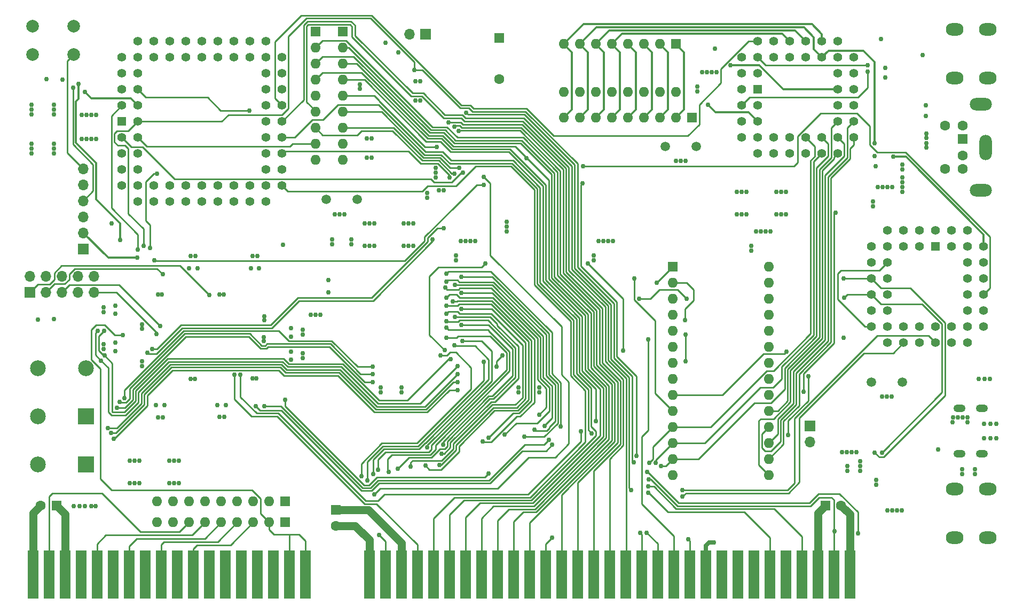
<source format=gbr>
%TF.GenerationSoftware,KiCad,Pcbnew,7.0.2*%
%TF.CreationDate,2024-02-27T21:07:56+01:00*%
%TF.ProjectId,v50_sbc,7635305f-7362-4632-9e6b-696361645f70,rev?*%
%TF.SameCoordinates,Original*%
%TF.FileFunction,Copper,L4,Bot*%
%TF.FilePolarity,Positive*%
%FSLAX46Y46*%
G04 Gerber Fmt 4.6, Leading zero omitted, Abs format (unit mm)*
G04 Created by KiCad (PCBNEW 7.0.2) date 2024-02-27 21:07:56*
%MOMM*%
%LPD*%
G01*
G04 APERTURE LIST*
%TA.AperFunction,ComponentPad*%
%ADD10R,1.600000X1.600000*%
%TD*%
%TA.AperFunction,ComponentPad*%
%ADD11C,1.600000*%
%TD*%
%TA.AperFunction,ComponentPad*%
%ADD12O,1.600000X1.600000*%
%TD*%
%TA.AperFunction,ComponentPad*%
%ADD13C,1.500000*%
%TD*%
%TA.AperFunction,ComponentPad*%
%ADD14O,3.500000X2.000000*%
%TD*%
%TA.AperFunction,ComponentPad*%
%ADD15O,2.000000X4.000000*%
%TD*%
%TA.AperFunction,ComponentPad*%
%ADD16R,1.700000X1.700000*%
%TD*%
%TA.AperFunction,ComponentPad*%
%ADD17O,1.700000X1.700000*%
%TD*%
%TA.AperFunction,ComponentPad*%
%ADD18C,2.000000*%
%TD*%
%TA.AperFunction,ComponentPad*%
%ADD19R,1.422400X1.422400*%
%TD*%
%TA.AperFunction,ComponentPad*%
%ADD20C,1.422400*%
%TD*%
%TA.AperFunction,ConnectorPad*%
%ADD21R,1.780000X7.620000*%
%TD*%
%TA.AperFunction,ComponentPad*%
%ADD22O,1.900000X1.200000*%
%TD*%
%TA.AperFunction,ComponentPad*%
%ADD23O,2.800000X2.000000*%
%TD*%
%TA.AperFunction,ComponentPad*%
%ADD24R,2.500000X2.500000*%
%TD*%
%TA.AperFunction,ComponentPad*%
%ADD25C,2.500000*%
%TD*%
%TA.AperFunction,ViaPad*%
%ADD26C,0.750000*%
%TD*%
%TA.AperFunction,Conductor*%
%ADD27C,1.270000*%
%TD*%
%TA.AperFunction,Conductor*%
%ADD28C,0.635000*%
%TD*%
%TA.AperFunction,Conductor*%
%ADD29C,0.254000*%
%TD*%
%TA.AperFunction,Conductor*%
%ADD30C,0.304800*%
%TD*%
G04 APERTURE END LIST*
D10*
%TO.P,LS1,1,1*%
%TO.N,Net-(LS1-Pad1)*%
X111252000Y-40279000D03*
D11*
%TO.P,LS1,2,2*%
%TO.N,GND*%
X111252000Y-46779000D03*
%TD*%
D10*
%TO.P,SW2,1*%
%TO.N,Net-(RN5-R1)*%
X139304000Y-41148000D03*
D12*
%TO.P,SW2,2*%
%TO.N,Net-(RN5-R2)*%
X136764000Y-41148000D03*
%TO.P,SW2,3*%
%TO.N,Net-(RN5-R3)*%
X134224000Y-41148000D03*
%TO.P,SW2,4*%
%TO.N,Net-(RN5-R4)*%
X131684000Y-41148000D03*
%TO.P,SW2,5*%
%TO.N,Net-(RN5-R5)*%
X129144000Y-41148000D03*
%TO.P,SW2,6*%
%TO.N,Net-(RN5-R6)*%
X126604000Y-41148000D03*
%TO.P,SW2,7*%
%TO.N,/nSER_DIS*%
X124064000Y-41148000D03*
%TO.P,SW2,8*%
%TO.N,Net-(RN5-R8)*%
X121524000Y-41148000D03*
%TO.P,SW2,9*%
%TO.N,GND*%
X121524000Y-48768000D03*
%TO.P,SW2,10*%
X124064000Y-48768000D03*
%TO.P,SW2,11*%
X126604000Y-48768000D03*
%TO.P,SW2,12*%
X129144000Y-48768000D03*
%TO.P,SW2,13*%
X131684000Y-48768000D03*
%TO.P,SW2,14*%
X134224000Y-48768000D03*
%TO.P,SW2,15*%
X136764000Y-48768000D03*
%TO.P,SW2,16*%
X139304000Y-48768000D03*
%TD*%
D13*
%TO.P,Y1,1,1*%
%TO.N,Net-(C20-Pad2)*%
X83873000Y-65786000D03*
%TO.P,Y1,2,2*%
%TO.N,Net-(C50-Pad2)*%
X88773000Y-65786000D03*
%TD*%
D10*
%TO.P,RN5,1,common*%
%TO.N,+5V*%
X141859000Y-52832000D03*
D12*
%TO.P,RN5,2,R1*%
%TO.N,Net-(RN5-R1)*%
X139319000Y-52832000D03*
%TO.P,RN5,3,R2*%
%TO.N,Net-(RN5-R2)*%
X136779000Y-52832000D03*
%TO.P,RN5,4,R3*%
%TO.N,Net-(RN5-R3)*%
X134239000Y-52832000D03*
%TO.P,RN5,5,R4*%
%TO.N,Net-(RN5-R4)*%
X131699000Y-52832000D03*
%TO.P,RN5,6,R5*%
%TO.N,Net-(RN5-R5)*%
X129159000Y-52832000D03*
%TO.P,RN5,7,R6*%
%TO.N,Net-(RN5-R6)*%
X126619000Y-52832000D03*
%TO.P,RN5,8,R7*%
%TO.N,/nSER_DIS*%
X124079000Y-52832000D03*
%TO.P,RN5,9,R8*%
%TO.N,Net-(RN5-R8)*%
X121539000Y-52832000D03*
%TD*%
D14*
%TO.P,J3,7*%
%TO.N,N/C*%
X187635000Y-64411000D03*
X187635000Y-50711000D03*
D10*
%TO.P,J3,1*%
%TO.N,Net-(FB2-Pad2)*%
X184785000Y-56261000D03*
D11*
%TO.P,J3,2*%
%TO.N,unconnected-(J3-Pad2)*%
X184785000Y-58861000D03*
%TO.P,J3,3*%
%TO.N,GND*%
X184785000Y-54161000D03*
%TO.P,J3,4*%
%TO.N,Net-(C29-Pad1)*%
X184785000Y-60961000D03*
%TO.P,J3,5*%
%TO.N,Net-(FB1-Pad2)*%
X181985000Y-54161000D03*
%TO.P,J3,6*%
%TO.N,unconnected-(J3-Pad6)*%
X181985000Y-60961000D03*
D15*
%TO.P,J3,7*%
%TO.N,N/C*%
X188435000Y-57561000D03*
%TD*%
D10*
%TO.P,U7,1,A14*%
%TO.N,/LA14*%
X138811000Y-76454000D03*
D12*
%TO.P,U7,2,A12*%
%TO.N,/LA12*%
X138811000Y-78994000D03*
%TO.P,U7,3,A7*%
%TO.N,/LA7*%
X138811000Y-81534000D03*
%TO.P,U7,4,A6*%
%TO.N,/LA6*%
X138811000Y-84074000D03*
%TO.P,U7,5,A5*%
%TO.N,/LA5*%
X138811000Y-86614000D03*
%TO.P,U7,6,A4*%
%TO.N,/LA4*%
X138811000Y-89154000D03*
%TO.P,U7,7,A3*%
%TO.N,/LA3*%
X138811000Y-91694000D03*
%TO.P,U7,8,A2*%
%TO.N,/LA2*%
X138811000Y-94234000D03*
%TO.P,U7,9,A1*%
%TO.N,/LA1*%
X138811000Y-96774000D03*
%TO.P,U7,10,A0*%
%TO.N,/LA0*%
X138811000Y-99314000D03*
%TO.P,U7,11,D0*%
%TO.N,/DD0*%
X138811000Y-101854000D03*
%TO.P,U7,12,D1*%
%TO.N,/DD1*%
X138811000Y-104394000D03*
%TO.P,U7,13,D2*%
%TO.N,/DD2*%
X138811000Y-106934000D03*
%TO.P,U7,14,GND*%
%TO.N,GND*%
X138811000Y-109474000D03*
%TO.P,U7,15,D3*%
%TO.N,/DD3*%
X154051000Y-109474000D03*
%TO.P,U7,16,D4*%
%TO.N,/DD4*%
X154051000Y-106934000D03*
%TO.P,U7,17,D5*%
%TO.N,/DD5*%
X154051000Y-104394000D03*
%TO.P,U7,18,D6*%
%TO.N,/DD6*%
X154051000Y-101854000D03*
%TO.P,U7,19,D7*%
%TO.N,/DD7*%
X154051000Y-99314000D03*
%TO.P,U7,20,~{CS}*%
%TO.N,/nROM_CS*%
X154051000Y-96774000D03*
%TO.P,U7,21,A10*%
%TO.N,/LA10*%
X154051000Y-94234000D03*
%TO.P,U7,22,~{OE}*%
%TO.N,/nBMRD*%
X154051000Y-91694000D03*
%TO.P,U7,23,A11*%
%TO.N,/LA11*%
X154051000Y-89154000D03*
%TO.P,U7,24,A9*%
%TO.N,/LA9*%
X154051000Y-86614000D03*
%TO.P,U7,25,A8*%
%TO.N,/LA8*%
X154051000Y-84074000D03*
%TO.P,U7,26,A13*%
%TO.N,/LA13*%
X154051000Y-81534000D03*
%TO.P,U7,27,~{WE}*%
%TO.N,+5V*%
X154051000Y-78994000D03*
%TO.P,U7,28,VCC*%
X154051000Y-76454000D03*
%TD*%
D10*
%TO.P,RN4,1,common*%
%TO.N,GND*%
X82137000Y-39243000D03*
D12*
%TO.P,RN4,2,R1*%
%TO.N,/IRQ7*%
X82137000Y-41783000D03*
%TO.P,RN4,3,R2*%
%TO.N,/IRQ5*%
X82137000Y-44323000D03*
%TO.P,RN4,4,R3*%
%TO.N,/IRQ3*%
X82137000Y-46863000D03*
%TO.P,RN4,5,R4*%
%TO.N,/KB_IRQ*%
X82137000Y-49403000D03*
%TO.P,RN4,6,R5*%
%TO.N,/DRQ3*%
X82137000Y-51943000D03*
%TO.P,RN4,7,R6*%
%TO.N,/DRQ1*%
X82137000Y-54483000D03*
%TO.P,RN4,8,R7*%
%TO.N,/HLDRQ*%
X82137000Y-57023000D03*
%TO.P,RN4,9,R8*%
%TO.N,unconnected-(RN4-R8-Pad9)*%
X82137000Y-59563000D03*
%TD*%
D16*
%TO.P,J4,1,Pin_1*%
%TO.N,/TCK*%
X36830000Y-80523000D03*
D17*
%TO.P,J4,2,Pin_2*%
%TO.N,GND*%
X36830000Y-77983000D03*
%TO.P,J4,3,Pin_3*%
%TO.N,/TDO*%
X39370000Y-80523000D03*
%TO.P,J4,4,Pin_4*%
%TO.N,+5V*%
X39370000Y-77983000D03*
%TO.P,J4,5,Pin_5*%
%TO.N,/TMS*%
X41910000Y-80523000D03*
%TO.P,J4,6,Pin_6*%
%TO.N,unconnected-(J4-Pin_6-Pad6)*%
X41910000Y-77983000D03*
%TO.P,J4,7,Pin_7*%
%TO.N,unconnected-(J4-Pin_7-Pad7)*%
X44450000Y-80523000D03*
%TO.P,J4,8,Pin_8*%
%TO.N,unconnected-(J4-Pin_8-Pad8)*%
X44450000Y-77983000D03*
%TO.P,J4,9,Pin_9*%
%TO.N,/TDI*%
X46990000Y-80523000D03*
%TO.P,J4,10,Pin_10*%
%TO.N,GND*%
X46990000Y-77983000D03*
%TD*%
D18*
%TO.P,SW1,1,1*%
%TO.N,GND*%
X43763000Y-38390000D03*
X37263000Y-38390000D03*
%TO.P,SW1,2,2*%
%TO.N,/RSTSW*%
X43763000Y-42890000D03*
X37263000Y-42890000D03*
%TD*%
D13*
%TO.P,Y2,1,1*%
%TO.N,Net-(U6-XTAL1)*%
X137594000Y-57404000D03*
%TO.P,Y2,2,2*%
%TO.N,Net-(U6-XTAL2)*%
X142494000Y-57404000D03*
%TD*%
D10*
%TO.P,RN1,1,common*%
%TO.N,GND*%
X77343000Y-113665000D03*
D12*
%TO.P,RN1,2,R1*%
%TO.N,unconnected-(RN1-R1-Pad2)*%
X74803000Y-113665000D03*
%TO.P,RN1,3,R2*%
%TO.N,Net-(J1-LA23)*%
X72263000Y-113665000D03*
%TO.P,RN1,4,R3*%
%TO.N,Net-(J1-LA22)*%
X69723000Y-113665000D03*
%TO.P,RN1,5,R4*%
%TO.N,Net-(J1-LA21)*%
X67183000Y-113665000D03*
%TO.P,RN1,6,R5*%
%TO.N,Net-(J1-LA20)*%
X64643000Y-113665000D03*
%TO.P,RN1,7,R6*%
%TO.N,Net-(J1-LA19)*%
X62103000Y-113665000D03*
%TO.P,RN1,8,R7*%
%TO.N,Net-(J1-LA18)*%
X59563000Y-113665000D03*
%TO.P,RN1,9,R8*%
%TO.N,Net-(J1-LA17)*%
X57023000Y-113665000D03*
%TD*%
D16*
%TO.P,JP2,1,A*%
%TO.N,+5V*%
X160528000Y-101727000D03*
D17*
%TO.P,JP2,2,B*%
%TO.N,Net-(JP2-B)*%
X160528000Y-104267000D03*
%TD*%
D16*
%TO.P,J5,1,Pin_1*%
%TO.N,+5V*%
X45339000Y-73660000D03*
D17*
%TO.P,J5,2,Pin_2*%
%TO.N,Net-(J5-Pin_2)*%
X45339000Y-71120000D03*
%TO.P,J5,3,Pin_3*%
%TO.N,GND*%
X45339000Y-68580000D03*
%TO.P,J5,4,Pin_4*%
%TO.N,/TBSW*%
X45339000Y-66040000D03*
%TO.P,J5,5,Pin_5*%
%TO.N,GND*%
X45339000Y-63500000D03*
%TO.P,J5,6,Pin_6*%
%TO.N,/RSTSW*%
X45339000Y-60960000D03*
%TD*%
D19*
%TO.P,U6,1*%
%TO.N,N/C*%
X152273000Y-48387000D03*
D20*
%TO.P,U6,2,TEST0*%
%TO.N,Net-(Q2-D)*%
X149733000Y-50927000D03*
%TO.P,U6,3,XTAL1*%
%TO.N,Net-(U6-XTAL1)*%
X152273000Y-50927000D03*
%TO.P,U6,4,XTAL2*%
%TO.N,Net-(U6-XTAL2)*%
X149733000Y-53467000D03*
%TO.P,U6,5,~{RESET}*%
%TO.N,/nRESOUT*%
X152273000Y-53467000D03*
%TO.P,U6,6,TH_SS*%
%TO.N,+5V*%
X149733000Y-56007000D03*
%TO.P,U6,7,~{CS}*%
%TO.N,/nKB_CS*%
X152273000Y-58547000D03*
%TO.P,U6,8,TL_EA*%
%TO.N,GND*%
X152273000Y-56007000D03*
%TO.P,U6,9,~{RD}*%
%TO.N,/nBIORD*%
X154813000Y-58547000D03*
%TO.P,U6,10,A0*%
%TO.N,/LA2*%
X154813000Y-56007000D03*
%TO.P,U6,11,~{WR}*%
%TO.N,/nBIOWR*%
X157353000Y-58547000D03*
%TO.P,U6,12,SYNC*%
%TO.N,unconnected-(U6-SYNC-Pad12)*%
X157353000Y-56007000D03*
%TO.P,U6,13*%
%TO.N,N/C*%
X159893000Y-58547000D03*
%TO.P,U6,14,D0*%
%TO.N,/DD0*%
X159893000Y-56007000D03*
%TO.P,U6,15,D1*%
%TO.N,/DD1*%
X162433000Y-58547000D03*
%TO.P,U6,16,D2*%
%TO.N,/DD2*%
X162433000Y-56007000D03*
%TO.P,U6,17,D3*%
%TO.N,/DD3*%
X164973000Y-58547000D03*
%TO.P,U6,18,D4*%
%TO.N,/DD4*%
X167513000Y-56007000D03*
%TO.P,U6,19,D5*%
%TO.N,/DD5*%
X164973000Y-56007000D03*
%TO.P,U6,20,D6*%
%TO.N,/DD6*%
X167513000Y-53467000D03*
%TO.P,U6,21,D7*%
%TO.N,/DD7*%
X164973000Y-53467000D03*
%TO.P,U6,22,GND*%
%TO.N,GND*%
X167513000Y-50927000D03*
%TO.P,U6,23*%
%TO.N,N/C*%
X164973000Y-50927000D03*
%TO.P,U6,24,P20*%
%TO.N,unconnected-(U6-P20-Pad24)*%
X167513000Y-48387000D03*
%TO.P,U6,25,P21*%
%TO.N,/TBLED*%
X164973000Y-48387000D03*
%TO.P,U6,26,P22*%
%TO.N,Net-(RN5-R2)*%
X167513000Y-45847000D03*
%TO.P,U6,27,P23*%
%TO.N,Net-(RN5-R1)*%
X164973000Y-45847000D03*
%TO.P,U6,28,TH_PROG*%
%TO.N,+5V*%
X167513000Y-43307000D03*
%TO.P,U6,29,TH_SSPP*%
X164973000Y-40767000D03*
%TO.P,U6,30,P10*%
X164973000Y-43307000D03*
%TO.P,U6,31,P11*%
%TO.N,Net-(RN5-R8)*%
X162433000Y-40767000D03*
%TO.P,U6,32,P12*%
%TO.N,/nSER_DIS*%
X162433000Y-43307000D03*
%TO.P,U6,33,P13*%
%TO.N,Net-(RN5-R6)*%
X159893000Y-40767000D03*
%TO.P,U6,34*%
%TO.N,N/C*%
X159893000Y-43307000D03*
%TO.P,U6,35,P14*%
%TO.N,Net-(RN5-R5)*%
X157353000Y-40767000D03*
%TO.P,U6,36,P15*%
%TO.N,Net-(RN5-R4)*%
X157353000Y-43307000D03*
%TO.P,U6,37,P16*%
%TO.N,Net-(RN5-R3)*%
X154813000Y-40767000D03*
%TO.P,U6,38,P17*%
%TO.N,+5V*%
X154813000Y-43307000D03*
%TO.P,U6,39,P24*%
%TO.N,/KB_IRQ*%
X152273000Y-40767000D03*
%TO.P,U6,40,P25*%
%TO.N,/TBSW*%
X149733000Y-43307000D03*
%TO.P,U6,41,P26*%
%TO.N,Net-(Q2-G)*%
X152273000Y-43307000D03*
%TO.P,U6,42,P27*%
%TO.N,Net-(Q3-S)*%
X149733000Y-45847000D03*
%TO.P,U6,43,TEST1*%
%TO.N,Net-(Q3-D)*%
X152273000Y-45847000D03*
%TO.P,U6,44,VCC*%
%TO.N,+5V*%
X149733000Y-48387000D03*
%TD*%
D16*
%TO.P,JP1,1,A*%
%TO.N,Net-(JP1-A)*%
X99573000Y-39624000D03*
D17*
%TO.P,JP1,2,B*%
%TO.N,Net-(JP1-B)*%
X97033000Y-39624000D03*
%TD*%
D21*
%TO.P,J1,80,GND*%
%TO.N,GND*%
X37338000Y-125222000D03*
%TO.P,J1,79,MASTER*%
%TO.N,Net-(J1-MASTER)*%
X39878000Y-125222000D03*
%TO.P,J1,78,+5V*%
%TO.N,+5V*%
X42418000Y-125222000D03*
%TO.P,J1,77,DRQ7*%
%TO.N,unconnected-(J1-DRQ7-Pad77)*%
X44958000Y-125222000D03*
%TO.P,J1,76,~{DACK7}*%
%TO.N,Net-(J1-~{DACK7})*%
X47498000Y-125222000D03*
%TO.P,J1,75,DRQ6*%
%TO.N,unconnected-(J1-DRQ6-Pad75)*%
X50038000Y-125222000D03*
%TO.P,J1,74,~{DACK6}*%
%TO.N,Net-(J1-~{DACK6})*%
X52578000Y-125222000D03*
%TO.P,J1,73,DRQ5*%
%TO.N,unconnected-(J1-DRQ5-Pad73)*%
X55118000Y-125222000D03*
%TO.P,J1,72,~{DACK5}*%
%TO.N,Net-(J1-~{DACK5})*%
X57658000Y-125222000D03*
%TO.P,J1,71,DRQ0*%
%TO.N,unconnected-(J1-DRQ0-Pad71)*%
X60198000Y-125222000D03*
%TO.P,J1,70,~{DACK0}*%
%TO.N,Net-(J1-~{DACK0})*%
X62738000Y-125222000D03*
%TO.P,J1,69,IRQ14*%
%TO.N,unconnected-(J1-IRQ14-Pad69)*%
X65278000Y-125222000D03*
%TO.P,J1,68,IRQ15*%
%TO.N,unconnected-(J1-IRQ15-Pad68)*%
X67818000Y-125222000D03*
%TO.P,J1,67,IRQ12*%
%TO.N,unconnected-(J1-IRQ12-Pad67)*%
X70358000Y-125222000D03*
%TO.P,J1,66,IRQ11*%
%TO.N,unconnected-(J1-IRQ11-Pad66)*%
X72898000Y-125222000D03*
%TO.P,J1,65,IRQ10*%
%TO.N,unconnected-(J1-IRQ10-Pad65)*%
X75438000Y-125222000D03*
%TO.P,J1,64,~{IOCS16}*%
%TO.N,/nBUS16*%
X77978000Y-125222000D03*
%TO.P,J1,63,~{MEMCS16}*%
X80518000Y-125222000D03*
%TO.P,J1,31,GND*%
%TO.N,GND*%
X90678000Y-125222000D03*
%TO.P,J1,30,OSC*%
%TO.N,/BOSC*%
X93218000Y-125222000D03*
%TO.P,J1,29,VCC*%
%TO.N,+5V*%
X95758000Y-125222000D03*
%TO.P,J1,28,ALE*%
%TO.N,/BALE*%
X98298000Y-125222000D03*
%TO.P,J1,27,TC*%
%TO.N,/T{slash}C*%
X100838000Y-125222000D03*
%TO.P,J1,26,~{DACK2}*%
%TO.N,/nDAK2*%
X103378000Y-125222000D03*
%TO.P,J1,25,IRQ3*%
%TO.N,/IRQ3*%
X105918000Y-125222000D03*
%TO.P,J1,24,IRQ4*%
%TO.N,/IRQ4*%
X108458000Y-125222000D03*
%TO.P,J1,23,IRQ5*%
%TO.N,/IRQ5*%
X110998000Y-125222000D03*
%TO.P,J1,22,IRQ6*%
%TO.N,/IRQ6*%
X113538000Y-125222000D03*
%TO.P,J1,21,IRQ7*%
%TO.N,/IRQ7*%
X116078000Y-125222000D03*
%TO.P,J1,20,CLK*%
%TO.N,/BUSCLK*%
X118618000Y-125222000D03*
%TO.P,J1,19,~{REFRESH}*%
%TO.N,/nDAK0*%
X121158000Y-125222000D03*
%TO.P,J1,18,DRQ1*%
%TO.N,/DRQ1*%
X123698000Y-125222000D03*
%TO.P,J1,17,~{DACK1}*%
%TO.N,/nDAK1*%
X126238000Y-125222000D03*
%TO.P,J1,16,DRQ3*%
%TO.N,/DRQ3*%
X128778000Y-125222000D03*
%TO.P,J1,15,~{DACK3}*%
%TO.N,/nDAK3*%
X131318000Y-125222000D03*
%TO.P,J1,14,~{IOR}*%
%TO.N,/nBIORD*%
X133858000Y-125222000D03*
%TO.P,J1,13,~{IOW}*%
%TO.N,/nBIOWR*%
X136398000Y-125222000D03*
%TO.P,J1,12,~{SMEMR}*%
%TO.N,/nBMRD*%
X138938000Y-125222000D03*
%TO.P,J1,11,~{SMEMW}*%
%TO.N,/nBMWR*%
X141478000Y-125222000D03*
%TO.P,J1,10,GND*%
%TO.N,GND*%
X144018000Y-125222000D03*
%TO.P,J1,9,+12V*%
%TO.N,unconnected-(J1-+12V-Pad9)*%
X146558000Y-125222000D03*
%TO.P,J1,8,UNUSED*%
%TO.N,unconnected-(J1-UNUSED-Pad8)*%
X149098000Y-125222000D03*
%TO.P,J1,7,-12V*%
%TO.N,unconnected-(J1--12V-Pad7)*%
X151638000Y-125222000D03*
%TO.P,J1,6,DRQ2*%
%TO.N,/DRQ2*%
X154178000Y-125222000D03*
%TO.P,J1,5,-5V*%
%TO.N,unconnected-(J1--5V-Pad5)*%
X156718000Y-125222000D03*
%TO.P,J1,4,IRQ2*%
%TO.N,/IRQ2*%
X159258000Y-125222000D03*
%TO.P,J1,3,+5V*%
%TO.N,+5V*%
X161798000Y-125222000D03*
%TO.P,J1,2,RESET*%
%TO.N,/RESOUT*%
X164338000Y-125222000D03*
%TO.P,J1,1,GND*%
%TO.N,GND*%
X166878000Y-125222000D03*
%TD*%
D13*
%TO.P,Y3,1,1*%
%TO.N,Net-(U10-XIN)*%
X175170000Y-94742000D03*
%TO.P,Y3,2,2*%
%TO.N,Net-(C44-Pad2)*%
X170270000Y-94742000D03*
%TD*%
D22*
%TO.P,J2,6,Shield*%
%TO.N,Net-(J2-Shield)*%
X184287000Y-106151000D03*
X187837000Y-106151000D03*
X184287000Y-98951000D03*
X187837000Y-98951000D03*
%TD*%
D23*
%TO.P,H1,1*%
%TO.N,N/C*%
X183540000Y-38898200D03*
X183540000Y-46598200D03*
X188740000Y-38898200D03*
X188740000Y-46598200D03*
%TD*%
D10*
%TO.P,RN3,1,common*%
%TO.N,GND*%
X86487000Y-39243000D03*
D12*
%TO.P,RN3,2,R1*%
%TO.N,/IRQ6*%
X86487000Y-41783000D03*
%TO.P,RN3,3,R2*%
%TO.N,/IRQ4*%
X86487000Y-44323000D03*
%TO.P,RN3,4,R3*%
%TO.N,/IRQ2*%
X86487000Y-46863000D03*
%TO.P,RN3,5,R4*%
%TO.N,/NMI*%
X86487000Y-49403000D03*
%TO.P,RN3,6,R5*%
%TO.N,/DRQ2*%
X86487000Y-51943000D03*
%TO.P,RN3,7,R6*%
%TO.N,/nDAK0*%
X86487000Y-54483000D03*
%TO.P,RN3,8,R7*%
%TO.N,unconnected-(RN3-R7-Pad8)*%
X86487000Y-57023000D03*
%TO.P,RN3,9,R8*%
%TO.N,unconnected-(RN3-R8-Pad9)*%
X86487000Y-59563000D03*
%TD*%
D10*
%TO.P,RN2,1,common*%
%TO.N,+5V*%
X77343000Y-116967000D03*
D12*
%TO.P,RN2,2,R1*%
%TO.N,/nBUS16*%
X74803000Y-116967000D03*
%TO.P,RN2,3,R2*%
%TO.N,Net-(J1-~{DACK0})*%
X72263000Y-116967000D03*
%TO.P,RN2,4,R3*%
%TO.N,Net-(J1-~{DACK5})*%
X69723000Y-116967000D03*
%TO.P,RN2,5,R4*%
%TO.N,Net-(J1-~{DACK6})*%
X67183000Y-116967000D03*
%TO.P,RN2,6,R5*%
%TO.N,Net-(J1-~{DACK7})*%
X64643000Y-116967000D03*
%TO.P,RN2,7,R6*%
%TO.N,Net-(J1-MASTER)*%
X62103000Y-116967000D03*
%TO.P,RN2,8,R7*%
%TO.N,Net-(J1-~{MEMR})*%
X59563000Y-116967000D03*
%TO.P,RN2,9,R8*%
%TO.N,Net-(J1-~{MEMW})*%
X57023000Y-116967000D03*
%TD*%
D10*
%TO.P,C17,1*%
%TO.N,+5V*%
X41060380Y-114300000D03*
D11*
%TO.P,C17,2*%
%TO.N,GND*%
X38560380Y-114300000D03*
%TD*%
D24*
%TO.P,X1,1,EN*%
%TO.N,unconnected-(X1-EN-Pad1)*%
X45720000Y-107823000D03*
X45720000Y-100203000D03*
D25*
%TO.P,X1,7,GND*%
%TO.N,GND*%
X45720000Y-92583000D03*
%TO.P,X1,8,OUT*%
%TO.N,Net-(X1-OUT)*%
X38100000Y-92583000D03*
%TO.P,X1,14,Vcc*%
%TO.N,Net-(X1-Vcc)*%
X38100000Y-107823000D03*
X38100000Y-100203000D03*
%TD*%
D10*
%TO.P,C19,1*%
%TO.N,+5V*%
X162981000Y-114300000D03*
D11*
%TO.P,C19,2*%
%TO.N,GND*%
X165481000Y-114300000D03*
%TD*%
D19*
%TO.P,U1,1,VDD*%
%TO.N,+5V*%
X51435000Y-53467000D03*
D20*
%TO.P,U1,2,RESOUT*%
%TO.N,/RESOUT*%
X53975000Y-53467000D03*
%TO.P,U1,3,HLDAK*%
%TO.N,/HLDAK*%
X51435000Y-56007000D03*
%TO.P,U1,4,HLDRQ*%
%TO.N,/HLDRQ*%
X53975000Y-56007000D03*
%TO.P,U1,5,~{REFRQ}*%
%TO.N,unconnected-(U1-~{REFRQ}-Pad5)*%
X51435000Y-58547000D03*
%TO.P,U1,6,A19/PS3*%
%TO.N,/A19*%
X53975000Y-58547000D03*
%TO.P,U1,7,A18/PS2*%
%TO.N,/A18*%
X51435000Y-61087000D03*
%TO.P,U1,8,A17/PS1*%
%TO.N,/A17*%
X53975000Y-61087000D03*
%TO.P,U1,9,A16/PS0*%
%TO.N,/A16*%
X51435000Y-63627000D03*
%TO.P,U1,10,AD15*%
%TO.N,/AD15*%
X53975000Y-66167000D03*
%TO.P,U1,11,AD14*%
%TO.N,/AD14*%
X53975000Y-63627000D03*
%TO.P,U1,12,AD13*%
%TO.N,/AD13*%
X56515000Y-66167000D03*
%TO.P,U1,13,AD12*%
%TO.N,/AD12*%
X56515000Y-63627000D03*
%TO.P,U1,14,AD11*%
%TO.N,/AD11*%
X59055000Y-66167000D03*
%TO.P,U1,15,AD10*%
%TO.N,/AD10*%
X59055000Y-63627000D03*
%TO.P,U1,16,AD9*%
%TO.N,/AD9*%
X61595000Y-66167000D03*
%TO.P,U1,17,AD8*%
%TO.N,/AD8*%
X61595000Y-63627000D03*
%TO.P,U1,18,GND*%
%TO.N,GND*%
X64135000Y-66167000D03*
%TO.P,U1,19,AD7*%
%TO.N,/AD7*%
X64135000Y-63627000D03*
%TO.P,U1,20,AD6*%
%TO.N,/AD6*%
X66675000Y-66167000D03*
%TO.P,U1,21,AD5*%
%TO.N,/AD5*%
X66675000Y-63627000D03*
%TO.P,U1,22,AD4*%
%TO.N,/AD4*%
X69215000Y-66167000D03*
%TO.P,U1,23,AD3*%
%TO.N,/AD3*%
X69215000Y-63627000D03*
%TO.P,U1,24,AD2*%
%TO.N,/AD2*%
X71755000Y-66167000D03*
%TO.P,U1,25,AD1*%
%TO.N,/AD1*%
X71755000Y-63627000D03*
%TO.P,U1,26,AD0*%
%TO.N,/AD0*%
X74295000Y-66167000D03*
%TO.P,U1,27,~{END}/~{TC}*%
%TO.N,/T{slash}C*%
X76835000Y-63627000D03*
%TO.P,U1,28,DMARQ0*%
%TO.N,unconnected-(U1-DMARQ0-Pad28)*%
X74295000Y-63627000D03*
%TO.P,U1,29,~{DMAAK0}*%
%TO.N,/nDAK0*%
X76835000Y-61087000D03*
%TO.P,U1,30,DMARQ1*%
%TO.N,/DRQ1*%
X74295000Y-61087000D03*
%TO.P,U1,31,~{DMAAK1}*%
%TO.N,/nDAK1*%
X76835000Y-58547000D03*
%TO.P,U1,32,DMARQ2*%
%TO.N,/DRQ2*%
X74295000Y-58547000D03*
%TO.P,U1,33,~{DMAAK2}*%
%TO.N,/nDAK2*%
X76835000Y-56007000D03*
%TO.P,U1,34,DMARQ3/RxD*%
%TO.N,/DRQ3*%
X74295000Y-56007000D03*
%TO.P,U1,35,~{DMAAK3}/TxD*%
%TO.N,/nDAK3*%
X76835000Y-53467000D03*
%TO.P,U1,36,~{INTAK}/~{SRDY}/TOUT1*%
%TO.N,unconnected-(U1-~{INTAK}{slash}~{SRDY}{slash}TOUT1-Pad36)*%
X74295000Y-53467000D03*
%TO.P,U1,37,INTP1*%
%TO.N,/KB_IRQ*%
X76835000Y-50927000D03*
%TO.P,U1,38,INTP2*%
%TO.N,/IRQ2*%
X74295000Y-50927000D03*
%TO.P,U1,39,INTP3*%
%TO.N,/IRQ3*%
X76835000Y-48387000D03*
%TO.P,U1,40,INTP4*%
%TO.N,/IRQ4*%
X74295000Y-48387000D03*
%TO.P,U1,41,INTP5*%
%TO.N,/IRQ5*%
X76835000Y-45847000D03*
%TO.P,U1,42,INTP6*%
%TO.N,/IRQ6*%
X74295000Y-45847000D03*
%TO.P,U1,43,INTP7*%
%TO.N,/IRQ7*%
X76835000Y-43307000D03*
%TO.P,U1,44,TCLK*%
%TO.N,/TCLK*%
X74295000Y-40767000D03*
%TO.P,U1,45,TOUT2*%
%TO.N,/TOUT2*%
X74295000Y-43307000D03*
%TO.P,U1,46,TCTL2*%
%TO.N,/TCTL2*%
X71755000Y-40767000D03*
%TO.P,U1,47,~{POLL}*%
%TO.N,unconnected-(U1-~{POLL}-Pad47)*%
X71755000Y-43307000D03*
%TO.P,U1,48,QS1*%
%TO.N,unconnected-(U1-QS1-Pad48)*%
X69215000Y-40767000D03*
%TO.P,U1,49,QS0*%
%TO.N,unconnected-(U1-QS0-Pad49)*%
X69215000Y-43307000D03*
%TO.P,U1,50,ASTB*%
%TO.N,unconnected-(U1-ASTB-Pad50)*%
X66675000Y-40767000D03*
%TO.P,U1,51,~{UBE}*%
%TO.N,/nUBE*%
X66675000Y-43307000D03*
%TO.P,U1,52,GND*%
%TO.N,GND*%
X64135000Y-40767000D03*
%TO.P,U1,53,X2*%
%TO.N,unconnected-(U1-X2-Pad53)*%
X64135000Y-43307000D03*
%TO.P,U1,54,X1*%
%TO.N,/HCLK1*%
X61595000Y-40767000D03*
%TO.P,U1,55,CLKOUT*%
%TO.N,Net-(U1-CLKOUT)*%
X61595000Y-43307000D03*
%TO.P,U1,56,~{BUFEN}*%
%TO.N,unconnected-(U1-~{BUFEN}-Pad56)*%
X59055000Y-40767000D03*
%TO.P,U1,57,BUF~{R}/W*%
%TO.N,unconnected-(U1-BUF~{R}{slash}W-Pad57)*%
X59055000Y-43307000D03*
%TO.P,U1,58,~{BUSLOCK}*%
%TO.N,unconnected-(U1-~{BUSLOCK}-Pad58)*%
X56515000Y-40767000D03*
%TO.P,U1,59,~{IOWR}*%
%TO.N,unconnected-(U1-~{IOWR}-Pad59)*%
X56515000Y-43307000D03*
%TO.P,U1,60,~{MWR}*%
%TO.N,unconnected-(U1-~{MWR}-Pad60)*%
X53975000Y-40767000D03*
%TO.P,U1,61,~{IORD}*%
%TO.N,unconnected-(U1-~{IORD}-Pad61)*%
X51435000Y-43307000D03*
%TO.P,U1,62,~{MRD}*%
%TO.N,unconnected-(U1-~{MRD}-Pad62)*%
X53975000Y-43307000D03*
%TO.P,U1,63,BS0*%
%TO.N,/BS0*%
X51435000Y-45847000D03*
%TO.P,U1,64,BS1*%
%TO.N,/BS1*%
X53975000Y-45847000D03*
%TO.P,U1,65,BS2*%
%TO.N,/BS2*%
X51435000Y-48387000D03*
%TO.P,U1,66,NMI*%
%TO.N,/NMI*%
X53975000Y-48387000D03*
%TO.P,U1,67,READY*%
%TO.N,/RDY*%
X51435000Y-50927000D03*
%TO.P,U1,68,~{RESET}*%
%TO.N,Net-(D1-A)*%
X53975000Y-50927000D03*
%TD*%
D19*
%TO.P,U10,1*%
%TO.N,N/C*%
X180467000Y-73279000D03*
D20*
%TO.P,U10,2,D0*%
%TO.N,/DD0*%
X177927000Y-70739000D03*
%TO.P,U10,3,D1*%
%TO.N,/DD1*%
X177927000Y-73279000D03*
%TO.P,U10,4,D2*%
%TO.N,/DD2*%
X175387000Y-70739000D03*
%TO.P,U10,5,D3*%
%TO.N,/DD3*%
X175387000Y-73279000D03*
%TO.P,U10,6,D4*%
%TO.N,/DD4*%
X172847000Y-70739000D03*
%TO.P,U10,7,D5*%
%TO.N,/DD5*%
X170307000Y-73279000D03*
%TO.P,U10,8,D6*%
%TO.N,/DD6*%
X172847000Y-73279000D03*
%TO.P,U10,9,D7*%
%TO.N,/DD7*%
X170307000Y-75819000D03*
%TO.P,U10,10,RCLK*%
%TO.N,Net-(U10-RCLK)*%
X172847000Y-75819000D03*
%TO.P,U10,11,SIN*%
%TO.N,/RX*%
X170307000Y-78359000D03*
%TO.P,U10,12*%
%TO.N,N/C*%
X172847000Y-78359000D03*
%TO.P,U10,13,SOUT*%
%TO.N,/TX*%
X170307000Y-80899000D03*
%TO.P,U10,14,CS0*%
%TO.N,+5V*%
X172847000Y-80899000D03*
%TO.P,U10,15,CS1*%
X170307000Y-83439000D03*
%TO.P,U10,16,~{CS2}*%
%TO.N,/nSER_CS*%
X172847000Y-83439000D03*
%TO.P,U10,17,~{BAUDOUT}*%
%TO.N,Net-(U10-RCLK)*%
X170307000Y-85979000D03*
%TO.P,U10,18,XIN*%
%TO.N,Net-(U10-XIN)*%
X172847000Y-88519000D03*
%TO.P,U10,19,XOUT*%
%TO.N,Net-(U10-XOUT)*%
X172847000Y-85979000D03*
%TO.P,U10,20,~{WR}*%
%TO.N,/nBIOWR*%
X175387000Y-88519000D03*
%TO.P,U10,21,WR*%
%TO.N,GND*%
X175387000Y-85979000D03*
%TO.P,U10,22,GND*%
X177927000Y-88519000D03*
%TO.P,U10,23*%
%TO.N,N/C*%
X177927000Y-85979000D03*
%TO.P,U10,24,~{RD}*%
%TO.N,/nBIORD*%
X180467000Y-88519000D03*
%TO.P,U10,25,RD*%
%TO.N,GND*%
X180467000Y-85979000D03*
%TO.P,U10,26,DDIS*%
%TO.N,unconnected-(U10-DDIS-Pad26)*%
X183007000Y-88519000D03*
%TO.P,U10,27,~{TXRDY}*%
%TO.N,unconnected-(U10-~{TXRDY}-Pad27)*%
X183007000Y-85979000D03*
%TO.P,U10,28,~{ADS}*%
%TO.N,GND*%
X185547000Y-88519000D03*
%TO.P,U10,29,A2*%
%TO.N,/LA2*%
X188087000Y-85979000D03*
%TO.P,U10,30,A1*%
%TO.N,/LA1*%
X185547000Y-85979000D03*
%TO.P,U10,31,A0*%
%TO.N,/LA0*%
X188087000Y-83439000D03*
%TO.P,U10,32,~{RXRDY}*%
%TO.N,unconnected-(U10-~{RXRDY}-Pad32)*%
X185547000Y-83439000D03*
%TO.P,U10,33,INTR*%
%TO.N,/SER_INT*%
X188087000Y-80899000D03*
%TO.P,U10,34*%
%TO.N,N/C*%
X185547000Y-80899000D03*
%TO.P,U10,35,~{OUT2}*%
%TO.N,unconnected-(U10-~{OUT2}-Pad35)*%
X188087000Y-78359000D03*
%TO.P,U10,36,~{RTS}*%
%TO.N,/nRTS*%
X185547000Y-78359000D03*
%TO.P,U10,37,~{DTR}*%
%TO.N,/nDTR*%
X188087000Y-75819000D03*
%TO.P,U10,38,~{OUT1}*%
%TO.N,unconnected-(U10-~{OUT1}-Pad38)*%
X185547000Y-75819000D03*
%TO.P,U10,39,MR*%
%TO.N,/SER_RST*%
X188087000Y-73279000D03*
%TO.P,U10,40,~{CTS}*%
%TO.N,/nCTS*%
X185547000Y-70739000D03*
%TO.P,U10,41,~{DSR}*%
%TO.N,/nDSR*%
X185547000Y-73279000D03*
%TO.P,U10,42,~{DCD}*%
%TO.N,unconnected-(U10-~{DCD}-Pad42)*%
X183007000Y-70739000D03*
%TO.P,U10,43,~{RI}*%
%TO.N,unconnected-(U10-~{RI}-Pad43)*%
X183007000Y-73279000D03*
%TO.P,U10,44,VCC*%
%TO.N,+5V*%
X180467000Y-70739000D03*
%TD*%
D10*
%TO.P,C18,1*%
%TO.N,+5V*%
X85344000Y-115022621D03*
D11*
%TO.P,C18,2*%
%TO.N,GND*%
X85344000Y-117522621D03*
%TD*%
D23*
%TO.P,H2,1*%
%TO.N,N/C*%
X183540000Y-111669200D03*
X183540000Y-119369200D03*
X188740000Y-111669200D03*
X188740000Y-119369200D03*
%TD*%
D26*
%TO.N,/nBUS16*%
X51562000Y-87301995D03*
%TO.N,/HLDAK*%
X105541001Y-61599001D03*
X106045000Y-52070000D03*
X132207000Y-111887000D03*
%TO.N,/DRQ1*%
X104146293Y-61722000D03*
X104201389Y-54298700D03*
%TO.N,/nDAK1*%
X103378000Y-62357000D03*
X103259983Y-53612900D03*
%TO.N,/DRQ2*%
X134874000Y-112268000D03*
X125926700Y-102870000D03*
%TO.N,/IRQ2*%
X126574700Y-100965000D03*
X134873500Y-111315298D03*
%TO.N,/IRQ4*%
X115570000Y-59309000D03*
%TO.N,/RDY*%
X53975000Y-73787000D03*
%TO.N,/nBMRD*%
X134874000Y-88011000D03*
%TO.N,/nBMWR*%
X117602000Y-99949000D03*
X141224000Y-119634000D03*
X105283000Y-80645000D03*
%TO.N,/LA19*%
X102870000Y-77597000D03*
X121031971Y-101833627D03*
%TO.N,/LA17*%
X102870000Y-78867000D03*
X116903500Y-102298500D03*
%TO.N,/LA15*%
X102742408Y-79811120D03*
X112159949Y-103085649D03*
%TO.N,/LA13*%
X102870000Y-81407000D03*
X108648500Y-104203500D03*
%TO.N,/LA8*%
X133477000Y-81534000D03*
X140970000Y-81534000D03*
X102870000Y-82677000D03*
X99631500Y-108013500D03*
%TO.N,/LA7*%
X102870000Y-83947000D03*
X97218500Y-108140500D03*
%TO.N,/LA6*%
X102870000Y-85090000D03*
X95186500Y-108521500D03*
%TO.N,/LA5*%
X93726000Y-108966000D03*
X102870000Y-86106000D03*
%TO.N,/LA4*%
X102870000Y-87757000D03*
X92023316Y-108654700D03*
%TO.N,/LA3*%
X104140000Y-88957300D03*
X91318616Y-109341384D03*
%TO.N,/LA2*%
X159530899Y-96266000D03*
X101981000Y-90551000D03*
X89408000Y-109670700D03*
X164585500Y-67945000D03*
%TO.N,/LA1*%
X90358730Y-110375400D03*
X156863900Y-89916503D03*
X108839000Y-91567000D03*
%TO.N,/LA11*%
X99840504Y-105125366D03*
X105410000Y-88265000D03*
%TO.N,/LA12*%
X105283000Y-85725000D03*
X140716000Y-84963000D03*
X102362000Y-104648000D03*
%TO.N,/LA10*%
X102123114Y-106129814D03*
X104267000Y-84455000D03*
X140843000Y-91440000D03*
X140843000Y-87249000D03*
%TO.N,/LA9*%
X101790500Y-107906863D03*
X105283000Y-83185000D03*
%TO.N,/LA14*%
X136271000Y-78994000D03*
X109601000Y-103574700D03*
X103886000Y-81972300D03*
%TO.N,/LA18*%
X118491000Y-101727000D03*
X104267002Y-79375000D03*
%TO.N,/LA16*%
X105283000Y-78105000D03*
X115252500Y-103441500D03*
%TO.N,/DD0*%
X135087723Y-107548126D03*
%TO.N,/DD1*%
X136109425Y-107523021D03*
%TO.N,/DD2*%
X136906000Y-108077000D03*
%TO.N,/DD7*%
X111760000Y-90551000D03*
X110871000Y-92329000D03*
%TO.N,/DD8*%
X91186000Y-92329000D03*
X51816000Y-97282000D03*
%TO.N,/DD9*%
X91186000Y-93472000D03*
X51111300Y-97936298D03*
%TO.N,/DD10*%
X50654100Y-98818385D03*
X91186000Y-94742000D03*
%TO.N,/DD11*%
X50165000Y-103759000D03*
X104648000Y-96012000D03*
%TO.N,/DD12*%
X49739700Y-102812700D03*
X104648000Y-94742000D03*
%TO.N,/DD13*%
X49221170Y-102013470D03*
X104648000Y-93472000D03*
%TO.N,/DD14*%
X104648000Y-92261700D03*
X48153664Y-91347619D03*
X47625000Y-86614000D03*
%TO.N,/DD15*%
X48677312Y-90551732D03*
X48641000Y-86614000D03*
X103587449Y-91160851D03*
%TO.N,GND*%
X95758000Y-96393000D03*
X89219000Y-47625000D03*
X85217000Y-68199000D03*
X47371000Y-56261000D03*
X168529000Y-108839000D03*
X185547000Y-100330000D03*
X74041000Y-84963000D03*
X117602000Y-96393000D03*
X172085000Y-63881000D03*
X171323000Y-63881000D03*
X153543000Y-70932000D03*
X84803500Y-72898000D03*
X114300000Y-95631000D03*
X155956000Y-68199000D03*
X57785000Y-80899000D03*
X91059000Y-59182000D03*
X54635887Y-85606357D03*
X114300000Y-96393000D03*
X112480113Y-70104000D03*
X80115018Y-86486704D03*
X97663000Y-73152000D03*
X97982000Y-50165000D03*
X72135704Y-74824982D03*
X172847000Y-63881000D03*
X45593000Y-114427000D03*
X40640000Y-57785000D03*
X155194000Y-68199000D03*
X53467000Y-110744000D03*
X48548982Y-83693296D03*
X156718000Y-64643000D03*
X42037000Y-46863000D03*
X172521800Y-44958000D03*
X171831000Y-40386000D03*
X86741000Y-68199000D03*
X178999000Y-56926000D03*
X106680000Y-72390000D03*
X89219000Y-48260000D03*
X173609000Y-63881000D03*
X48548982Y-82931296D03*
X37084000Y-57023000D03*
X144184500Y-45659000D03*
X165608000Y-105852000D03*
X107442000Y-72390000D03*
X80115018Y-87248704D03*
X48548982Y-89535296D03*
X72897704Y-74824982D03*
X101219000Y-60833000D03*
X175133000Y-115062000D03*
X40640000Y-57023000D03*
X185547000Y-101092000D03*
X53467000Y-107188000D03*
X152019000Y-70932000D03*
X99822000Y-64767000D03*
X74041000Y-84328000D03*
X140081000Y-59690000D03*
X168529000Y-107315000D03*
X92456000Y-95631000D03*
X38100000Y-84836000D03*
X139319000Y-59690000D03*
X178999000Y-57561000D03*
X54650941Y-92192432D03*
X174371000Y-115062000D03*
X66929296Y-100295018D03*
X175183800Y-62306200D03*
X166370000Y-105852000D03*
X155956000Y-64643000D03*
X145288000Y-120142000D03*
X144946500Y-45659000D03*
X52705000Y-107188000D03*
X184658000Y-109347000D03*
X172847000Y-115062000D03*
X186690000Y-108585000D03*
X63119000Y-74803000D03*
X62357000Y-74803000D03*
X57912000Y-100330000D03*
X37084000Y-58547000D03*
X154305000Y-70932000D03*
X82898500Y-84074000D03*
X96139000Y-69596000D03*
X173482000Y-97028000D03*
X152781000Y-70932000D03*
X101219000Y-62357000D03*
X145708500Y-45659000D03*
X46609000Y-56261000D03*
X62357000Y-94234000D03*
X143422500Y-45659000D03*
X167132000Y-105852000D03*
X85979000Y-68199000D03*
X171069000Y-110998000D03*
X43815000Y-114427000D03*
X171069000Y-110236000D03*
X172720000Y-97028000D03*
X189103000Y-94221000D03*
X98744000Y-50165000D03*
X96901000Y-73152000D03*
X128524000Y-72377000D03*
X90297000Y-59182000D03*
X96139000Y-73152000D03*
X184785000Y-100330000D03*
X101219000Y-61595000D03*
X73914000Y-88265000D03*
X52705000Y-110744000D03*
X81374500Y-84074000D03*
X40640000Y-58547000D03*
X54644012Y-86315314D03*
X62992000Y-94234000D03*
X67564000Y-80899000D03*
X48548982Y-88773296D03*
X171958000Y-97028000D03*
X66929000Y-80899000D03*
X183134000Y-101092000D03*
X173609000Y-115062000D03*
X57150000Y-100330000D03*
X54229000Y-110744000D03*
X105918000Y-72390000D03*
X105156000Y-72390000D03*
X54229000Y-107188000D03*
X168529000Y-108077000D03*
X140843000Y-59690000D03*
X97663000Y-69596000D03*
X92456000Y-96393000D03*
X186690000Y-109347000D03*
X67691296Y-100295018D03*
X117602000Y-95631000D03*
X180856000Y-105402000D03*
X44704000Y-114427000D03*
X57150000Y-80899000D03*
X84803500Y-72136000D03*
X184023000Y-100330000D03*
X183261000Y-100330000D03*
X80137000Y-90170000D03*
X167894000Y-105852000D03*
X178999000Y-56037000D03*
X170942000Y-60579000D03*
X82136500Y-84074000D03*
X175183800Y-64592200D03*
X178999000Y-55402000D03*
X80137000Y-90932000D03*
X155194000Y-64643000D03*
X184658000Y-108585000D03*
X45085000Y-56261000D03*
X99822000Y-65529000D03*
X175183800Y-63068200D03*
X187325000Y-94221000D03*
X54638288Y-91448768D03*
X72136000Y-94192113D03*
X112480113Y-70866000D03*
X188214000Y-94221000D03*
X175183800Y-63830200D03*
X95250000Y-42545000D03*
X73914000Y-87630000D03*
X156718000Y-68199000D03*
X84168500Y-78613000D03*
X37084000Y-57785000D03*
X95758000Y-95631000D03*
X127762000Y-72377000D03*
X96901000Y-69596000D03*
X45847000Y-56261000D03*
X129286000Y-72377000D03*
X127000000Y-72377000D03*
X112480113Y-69342000D03*
X72771000Y-94192113D03*
%TO.N,/LA0*%
X102489000Y-70355000D03*
X157099000Y-103124000D03*
X160274000Y-93853000D03*
X56261000Y-89535000D03*
X132715000Y-78359000D03*
%TO.N,+5V*%
X58928000Y-110744000D03*
X50419000Y-82636666D03*
X148996400Y-68199000D03*
X59690000Y-110744000D03*
X91465400Y-73152000D03*
X40640000Y-84772000D03*
X78245000Y-87543334D03*
X148996400Y-64643000D03*
X178435000Y-42926000D03*
X89941400Y-73152000D03*
X126238000Y-74663000D03*
X91059000Y-56134000D03*
X151257000Y-73218000D03*
X91465400Y-69596000D03*
X145478000Y-41974000D03*
X63413630Y-76708000D03*
X46609000Y-114427000D03*
X149758400Y-64643000D03*
X73192334Y-76708000D03*
X76962000Y-73025000D03*
X56854366Y-98417390D03*
X98744000Y-47117000D03*
X45085000Y-52451000D03*
X89941400Y-69596000D03*
X50419000Y-83947000D03*
X59690000Y-107188000D03*
X78232000Y-89916000D03*
X87851500Y-72136000D03*
X60452000Y-107188000D03*
X67945000Y-98425000D03*
X104394000Y-75438000D03*
X97982000Y-47117000D03*
X170561000Y-66929000D03*
X166497000Y-108839000D03*
X151257000Y-73980000D03*
X175183800Y-61036200D03*
X78232000Y-91186000D03*
X71882000Y-76708000D03*
X102489000Y-64389000D03*
X45847000Y-52451000D03*
X166497000Y-108077000D03*
X142660500Y-47945000D03*
X40640000Y-52324000D03*
X58206805Y-98425000D03*
X178917600Y-50952400D03*
X93218000Y-41021000D03*
X37084000Y-51562000D03*
X47275901Y-114427000D03*
X87851500Y-72898000D03*
X49784000Y-69596000D03*
X101727000Y-64389000D03*
X60452000Y-110744000D03*
X170561000Y-66167000D03*
X40640000Y-51562000D03*
X142660500Y-48707000D03*
X40640000Y-50800000D03*
X47371000Y-52451000D03*
X39497000Y-46736000D03*
X172521800Y-46482000D03*
X50406333Y-89839858D03*
X165862000Y-87757000D03*
X62103000Y-76708000D03*
X126238000Y-75425000D03*
X78245000Y-86192195D03*
X50419000Y-88478666D03*
X90703400Y-73152000D03*
X90297000Y-56134000D03*
X150520400Y-64643000D03*
X175183800Y-60274200D03*
X58928000Y-107188000D03*
X66617201Y-98425000D03*
X178917600Y-52578000D03*
X84168500Y-80518000D03*
X37084000Y-52324000D03*
X104394000Y-74676000D03*
X150520400Y-68199000D03*
X37084000Y-50800000D03*
X170815000Y-58928000D03*
X149758400Y-68199000D03*
X90703400Y-69596000D03*
X46609000Y-52451000D03*
%TO.N,/TCK*%
X65278296Y-80984113D03*
%TO.N,/TDO*%
X57912296Y-77682113D03*
%TO.N,/TMS*%
X57531000Y-85852000D03*
%TO.N,/TDI*%
X56905701Y-87112299D03*
%TO.N,/nLRAM_CS*%
X125349000Y-75946000D03*
X130937000Y-89731700D03*
%TO.N,/nHRAM_CS*%
X102616000Y-89726900D03*
X109093000Y-75946000D03*
%TO.N,/nBHE*%
X55488170Y-90092113D03*
X100711000Y-72133000D03*
%TO.N,/RESOUT*%
X97790000Y-45339000D03*
X132581500Y-107434334D03*
X134983276Y-110160427D03*
X164465000Y-118364000D03*
X54864000Y-73152000D03*
%TO.N,/BUSCLK*%
X119634000Y-119380000D03*
X109601000Y-109220000D03*
X77343000Y-97536000D03*
%TO.N,/NMI*%
X71628000Y-51720900D03*
X101346000Y-57531000D03*
%TO.N,/nBIOWR*%
X119126000Y-103886000D03*
X74041000Y-98552000D03*
X140335000Y-112903000D03*
X134629701Y-118608299D03*
%TO.N,/nBIORD*%
X119697853Y-104711147D03*
X72644000Y-98552000D03*
X133604000Y-118618000D03*
X140335000Y-111887000D03*
%TO.N,/BALE*%
X69278297Y-93599000D03*
%TO.N,/BRDY*%
X124237900Y-102540303D03*
X70231000Y-93599000D03*
%TO.N,/BOSC*%
X92202000Y-118999000D03*
X91468703Y-112546165D03*
X108839000Y-62230000D03*
%TO.N,/nRESOUT*%
X144399000Y-50800000D03*
%TO.N,Net-(D1-A)*%
X45593000Y-48768000D03*
%TO.N,Net-(Q2-D)*%
X169672000Y-45593000D03*
%TO.N,Net-(Q2-G)*%
X169672000Y-44577000D03*
%TO.N,/SER_INT*%
X124587000Y-60579000D03*
%TO.N,/TX*%
X165989000Y-81407000D03*
X171958000Y-105918000D03*
%TO.N,/RX*%
X170815000Y-105918000D03*
X165862000Y-78359000D03*
%TO.N,Net-(J2-Shield)*%
X189137000Y-103701000D03*
X188137000Y-101401000D03*
X190137000Y-103701000D03*
X189137000Y-101401000D03*
X190137000Y-101401000D03*
X188137000Y-103701000D03*
%TO.N,/SER_RST*%
X173736000Y-59055000D03*
%TO.N,/IOCHK*%
X133038697Y-106426000D03*
X134747000Y-108966000D03*
X124478899Y-63246000D03*
X168148000Y-118745000D03*
%TO.N,/nDAK0*%
X104971700Y-60835107D03*
X104884592Y-54963965D03*
%TO.N,/TCTL2*%
X55880000Y-73533000D03*
X57023000Y-61722000D03*
%TO.N,Net-(J5-Pin_2)*%
X53848000Y-75057000D03*
%TO.N,/TBSW*%
X43688000Y-48133000D03*
%TO.N,/TBLED*%
X147970917Y-44592917D03*
X51181000Y-72263000D03*
X44577000Y-47498000D03*
%TO.N,/NMI_EN*%
X108839000Y-63500000D03*
X56572300Y-75438000D03*
%TO.N,/nSER_DIS*%
X170815000Y-56896000D03*
%TD*%
D27*
%TO.N,+5V*%
X90511621Y-115022621D02*
X95758000Y-120269000D01*
X95758000Y-120269000D02*
X95758000Y-125222000D01*
X85344000Y-115022621D02*
X90511621Y-115022621D01*
D28*
%TO.N,GND*%
X144018000Y-120650000D02*
X144526000Y-120142000D01*
X144018000Y-125222000D02*
X144018000Y-120650000D01*
X144526000Y-120142000D02*
X145288000Y-120142000D01*
D29*
%TO.N,/nBUS16*%
X73393200Y-115557200D02*
X74803000Y-116967000D01*
X73393200Y-113196855D02*
X73393200Y-115557200D01*
X72083345Y-111887000D02*
X73393200Y-113196855D01*
X49784000Y-111887000D02*
X72083345Y-111887000D01*
X48006000Y-110109000D02*
X49784000Y-111887000D01*
X48006000Y-92634259D02*
X48006000Y-110109000D01*
X46609000Y-91237259D02*
X48006000Y-92634259D01*
X46609000Y-86487000D02*
X46609000Y-91237259D01*
X47371000Y-85725000D02*
X46609000Y-86487000D01*
X48749304Y-85725000D02*
X47371000Y-85725000D01*
X50326299Y-87301995D02*
X48749304Y-85725000D01*
X51562000Y-87301995D02*
X50326299Y-87301995D01*
%TO.N,/IRQ7*%
X83267200Y-40652800D02*
X82137000Y-41783000D01*
X86955145Y-40652800D02*
X83267200Y-40652800D01*
X100658345Y-54356000D02*
X86955145Y-40652800D01*
X103000165Y-54356000D02*
X100658345Y-54356000D01*
X104676566Y-56032401D02*
X103000165Y-54356000D01*
X120497600Y-77859976D02*
X120497599Y-61476975D01*
X126263400Y-83625776D02*
X120497600Y-77859976D01*
X120497599Y-61476975D02*
X115053025Y-56032401D01*
X129133597Y-95131973D02*
X126263402Y-92261778D01*
X116078000Y-117036468D02*
X129133600Y-103980868D01*
X115053025Y-56032401D02*
X104676566Y-56032401D01*
X116078000Y-125222000D02*
X116078000Y-117036468D01*
X129133600Y-103980868D02*
X129133597Y-95131973D01*
X126263402Y-92261778D02*
X126263400Y-83625776D01*
%TO.N,/BOSC*%
X92381868Y-111633000D02*
X91468703Y-112546165D01*
X110998000Y-111633000D02*
X92381868Y-111633000D01*
X115951000Y-106680000D02*
X110998000Y-111633000D01*
X120142000Y-106680000D02*
X115951000Y-106680000D01*
X121158000Y-85979000D02*
X121158000Y-93599000D01*
X121158000Y-93599000D02*
X122301000Y-94742000D01*
X109855000Y-63246000D02*
X109855000Y-74676000D01*
X109855000Y-74676000D02*
X121158000Y-85979000D01*
X122301000Y-94742000D02*
X122301000Y-104521000D01*
X122301000Y-104521000D02*
X120142000Y-106680000D01*
X108839000Y-62230000D02*
X109855000Y-63246000D01*
%TO.N,/LA19*%
X109959202Y-77216000D02*
X103251000Y-77216000D01*
X119633999Y-86890797D02*
X109959202Y-77216000D01*
X103251000Y-77216000D02*
X102870000Y-77597000D01*
X121050399Y-94830509D02*
X119633999Y-93414109D01*
X121050400Y-101465178D02*
X121050399Y-94830509D01*
X119633999Y-93414109D02*
X119633999Y-86890797D01*
X121031971Y-101483607D02*
X121050400Y-101465178D01*
X121031971Y-101833627D02*
X121031971Y-101483607D01*
%TO.N,/LA16*%
X119176800Y-93603488D02*
X119176800Y-87080176D01*
X119176800Y-87080176D02*
X110201624Y-78105000D01*
X120593200Y-95019888D02*
X119176800Y-93603488D01*
X120593200Y-101275800D02*
X120593200Y-95019888D01*
X118427500Y-103441500D02*
X120593200Y-101275800D01*
X115252500Y-103441500D02*
X118427500Y-103441500D01*
X110201624Y-78105000D02*
X105283000Y-78105000D01*
%TO.N,/LA17*%
X117037200Y-102432200D02*
X116903500Y-102298500D01*
X119196200Y-102019104D02*
X118783104Y-102432200D01*
X120136000Y-100971000D02*
X119196200Y-101910800D01*
X118783104Y-102432200D02*
X117037200Y-102432200D01*
X120136000Y-95209266D02*
X120136000Y-100971000D01*
X104952800Y-78917800D02*
X110367847Y-78917801D01*
X110367847Y-78917801D02*
X118719600Y-87269554D01*
X104648000Y-78613000D02*
X104952800Y-78917800D01*
X118719600Y-87269554D02*
X118719600Y-93792866D01*
X118719600Y-93792866D02*
X120136000Y-95209266D01*
X119196200Y-101910800D02*
X119196200Y-102019104D01*
X103124000Y-78613000D02*
X104648000Y-78613000D01*
X102870000Y-78867000D02*
X103124000Y-78613000D01*
%TO.N,/LA18*%
X118262400Y-93982244D02*
X119678800Y-95398644D01*
X119678800Y-95398644D02*
X119678800Y-100412200D01*
X118262400Y-87458932D02*
X118262400Y-93982244D01*
X110178468Y-79375000D02*
X118262400Y-87458932D01*
X119678800Y-100412200D02*
X118491000Y-101600000D01*
X104267002Y-79375000D02*
X110178468Y-79375000D01*
%TO.N,/LA15*%
X113972446Y-101273152D02*
X112159949Y-103085649D01*
X117805200Y-94171622D02*
X119221600Y-95588022D01*
X117805200Y-87648310D02*
X117805200Y-94171622D01*
X110039890Y-79883000D02*
X117805200Y-87648310D01*
X105029000Y-79883000D02*
X110039890Y-79883000D01*
X117275152Y-101273152D02*
X113972446Y-101273152D01*
X103011488Y-80080200D02*
X104831800Y-80080200D01*
X119221600Y-99326704D02*
X117275152Y-101273152D01*
X119221600Y-95588022D02*
X119221600Y-99326704D01*
X102742408Y-79811120D02*
X103011488Y-80080200D01*
X104831800Y-80080200D02*
X105029000Y-79883000D01*
%TO.N,/nBMWR*%
X118764400Y-98786600D02*
X117602000Y-99949000D01*
X117348000Y-94361000D02*
X118764400Y-95777400D01*
X118764400Y-95777400D02*
X118764400Y-98786600D01*
X110155312Y-80645000D02*
X117348000Y-87837688D01*
X105283000Y-80645000D02*
X110155312Y-80645000D01*
X117348000Y-87837688D02*
X117348000Y-94361000D01*
%TO.N,/LA13*%
X103378000Y-80899000D02*
X102870000Y-81407000D01*
X104521000Y-80899000D02*
X103378000Y-80899000D01*
X105029000Y-81407000D02*
X104521000Y-80899000D01*
X110270734Y-81407000D02*
X105029000Y-81407000D01*
X116833999Y-87970265D02*
X110270734Y-81407000D01*
X116833998Y-97957736D02*
X116833999Y-87970265D01*
X114615258Y-100176476D02*
X116833998Y-97957736D01*
X108724900Y-104279900D02*
X109969100Y-104279900D01*
X108648500Y-104203500D02*
X108724900Y-104279900D01*
X109969100Y-104279900D02*
X114072524Y-100176476D01*
X114072524Y-100176476D02*
X114615258Y-100176476D01*
%TO.N,/LA14*%
X114425880Y-99719276D02*
X113456423Y-99719277D01*
X116376798Y-97768358D02*
X114425880Y-99719276D01*
X116376800Y-88159644D02*
X116376798Y-97768358D01*
X110132156Y-81915000D02*
X116376800Y-88159644D01*
X104648000Y-81915000D02*
X110132156Y-81915000D01*
X113456423Y-99719277D02*
X109601000Y-103574700D01*
X103886000Y-81972300D02*
X104590700Y-81972300D01*
X104590700Y-81972300D02*
X104648000Y-81915000D01*
%TO.N,/LA8*%
X100230063Y-108612063D02*
X99631500Y-108013500D01*
X102082604Y-108612063D02*
X100230063Y-108612063D01*
X104895997Y-105798670D02*
X102082604Y-108612063D01*
X104895999Y-104908359D02*
X104895997Y-105798670D01*
X110542281Y-99262077D02*
X104895999Y-104908359D01*
X114236502Y-99262076D02*
X110542281Y-99262077D01*
X115919599Y-97578979D02*
X114236502Y-99262076D01*
X115919600Y-88349022D02*
X115919599Y-97578979D01*
X109993578Y-82423000D02*
X115919600Y-88349022D01*
X104648000Y-82677000D02*
X104902000Y-82423000D01*
X102870000Y-82677000D02*
X104648000Y-82677000D01*
X104902000Y-82423000D02*
X109993578Y-82423000D01*
%TO.N,/LA9*%
X102040175Y-107906863D02*
X101790500Y-107906863D01*
X104438798Y-105508240D02*
X102040175Y-107906863D01*
X110352903Y-98804877D02*
X104438800Y-104718980D01*
X104438800Y-104718980D02*
X104438798Y-105508240D01*
X114047123Y-98804877D02*
X110352903Y-98804877D01*
X115462400Y-97389600D02*
X114047123Y-98804877D01*
X110109000Y-83185000D02*
X115462400Y-88538400D01*
X105283000Y-83185000D02*
X110109000Y-83185000D01*
X115462400Y-88538400D02*
X115462400Y-97389600D01*
%TO.N,/LA7*%
X103251000Y-83566000D02*
X102870000Y-83947000D01*
X104648000Y-83566000D02*
X103251000Y-83566000D01*
X105029000Y-83947000D02*
X104648000Y-83566000D01*
X115005200Y-88947044D02*
X110005156Y-83947000D01*
X115005200Y-97200222D02*
X115005200Y-88947044D01*
X110005156Y-83947000D02*
X105029000Y-83947000D01*
X110163524Y-98347678D02*
X113857744Y-98347678D01*
X113857744Y-98347678D02*
X115005200Y-97200222D01*
X102098297Y-107202163D02*
X103981599Y-105318861D01*
X103981599Y-105318861D02*
X103981600Y-104529602D01*
X103981600Y-104529602D02*
X110163524Y-98347678D01*
X97521836Y-107202164D02*
X102098297Y-107202163D01*
X97218500Y-108140500D02*
X97218500Y-107505500D01*
X97218500Y-107505500D02*
X97521836Y-107202164D01*
%TO.N,/T{slash}C*%
X104140000Y-113030000D02*
X100838000Y-116332000D01*
X116205000Y-113030000D02*
X104140000Y-113030000D01*
X124942600Y-104292400D02*
X116205000Y-113030000D01*
X124942600Y-96113600D02*
X124942600Y-104292400D01*
X122605802Y-93776802D02*
X124942600Y-96113600D01*
X122605800Y-85140800D02*
X122605802Y-93776802D01*
X116840000Y-79375000D02*
X122605800Y-85140800D01*
X100838000Y-116332000D02*
X100838000Y-125222000D01*
X113130373Y-60587107D02*
X116840000Y-64296734D01*
X99907896Y-63683800D02*
X104452800Y-63683800D01*
X99075696Y-64516000D02*
X99907896Y-63683800D01*
X104452800Y-63683800D02*
X107549493Y-60587107D01*
X107549493Y-60587107D02*
X113130373Y-60587107D01*
X116840000Y-64296734D02*
X116840000Y-79375000D01*
X77724000Y-64516000D02*
X99075696Y-64516000D01*
X76835000Y-63627000D02*
X77724000Y-64516000D01*
%TO.N,/DRQ2*%
X92617734Y-51943000D02*
X86487000Y-51943000D01*
X99430934Y-58756200D02*
X92617734Y-51943000D01*
X102079238Y-58756200D02*
X99430934Y-58756200D01*
X103452945Y-60129907D02*
X102079238Y-58756200D01*
X117297200Y-64107356D02*
X113319751Y-60129907D01*
X113319751Y-60129907D02*
X103452945Y-60129907D01*
X123063000Y-84951422D02*
X117297200Y-79185622D01*
X125399800Y-95924222D02*
X123063002Y-93587424D01*
X125399800Y-102343100D02*
X125399800Y-95924222D01*
X117297200Y-79185622D02*
X117297200Y-64107356D01*
X125926700Y-102870000D02*
X125399800Y-102343100D01*
X123063002Y-93587424D02*
X123063000Y-84951422D01*
%TO.N,/nDAK2*%
X78867000Y-56007000D02*
X76835000Y-56007000D01*
X81661000Y-53213000D02*
X78867000Y-56007000D01*
X83324800Y-53213000D02*
X81661000Y-53213000D01*
X85725000Y-50812800D02*
X83324800Y-53213000D01*
X92134112Y-50812800D02*
X85725000Y-50812800D01*
X99620312Y-58299000D02*
X92134112Y-50812800D01*
X102268616Y-58299000D02*
X99620312Y-58299000D01*
X103642323Y-59672707D02*
X102268616Y-58299000D01*
X113509129Y-59672707D02*
X103642323Y-59672707D01*
X117754400Y-63917978D02*
X113509129Y-59672707D01*
X123520200Y-84762044D02*
X117754400Y-78996244D01*
X123520202Y-93398046D02*
X123520200Y-84762044D01*
X125856999Y-95734843D02*
X123520202Y-93398046D01*
X125857000Y-100660396D02*
X125856999Y-95734843D01*
X125869500Y-100672896D02*
X125857000Y-100660396D01*
X116394379Y-113487199D02*
X126631900Y-103249678D01*
X117754400Y-78996244D02*
X117754400Y-63917978D01*
X105664000Y-113487200D02*
X116394379Y-113487199D01*
X126631900Y-102577896D02*
X125869500Y-101815496D01*
X103378000Y-115773200D02*
X105664000Y-113487200D01*
X125869500Y-101815496D02*
X125869500Y-100672896D01*
X103378000Y-125222000D02*
X103378000Y-115773200D01*
X126631900Y-103249678D02*
X126631900Y-102577896D01*
%TO.N,/LA1*%
X153174800Y-90284200D02*
X146685000Y-96774000D01*
X156496203Y-90284200D02*
X153174800Y-90284200D01*
X146685000Y-96774000D02*
X138811000Y-96774000D01*
X156863900Y-89916503D02*
X156496203Y-90284200D01*
%TO.N,/nBMRD*%
X138938000Y-119126000D02*
X138938000Y-125222000D01*
X133858000Y-114046000D02*
X138938000Y-119126000D01*
X134874000Y-102362000D02*
X133858000Y-103378000D01*
X134874000Y-88011000D02*
X134874000Y-102362000D01*
X133858000Y-103378000D02*
X133858000Y-114046000D01*
%TO.N,/LA0*%
X136017000Y-85071304D02*
X132715000Y-81769304D01*
X138811000Y-99314000D02*
X136017000Y-96520000D01*
X136017000Y-96520000D02*
X136017000Y-85071304D01*
X132715000Y-81769304D02*
X132715000Y-78359000D01*
%TO.N,/BRDY*%
X70231000Y-97136304D02*
X70231000Y-93599000D01*
X72809096Y-99714400D02*
X70231000Y-97136304D01*
X90120216Y-113588800D02*
X76245816Y-99714400D01*
X76245816Y-99714400D02*
X72809096Y-99714400D01*
X115824000Y-112522000D02*
X93091000Y-112522000D01*
X93091000Y-112522000D02*
X92024200Y-113588800D01*
X124206000Y-102540303D02*
X124206000Y-104140000D01*
X124237900Y-102540303D02*
X124206000Y-102540303D01*
X124206000Y-104140000D02*
X115824000Y-112522000D01*
X92024200Y-113588800D02*
X90120216Y-113588800D01*
%TO.N,/nBIORD*%
X73349200Y-99257200D02*
X72644000Y-98552000D01*
X76704040Y-99257200D02*
X73349200Y-99257200D01*
X89441839Y-111994999D02*
X76704040Y-99257200D01*
X91029590Y-111995000D02*
X89441839Y-111994999D01*
X92255190Y-110769400D02*
X91029590Y-111995000D01*
X109841179Y-110769399D02*
X92255190Y-110769400D01*
X118745000Y-105664000D02*
X114946578Y-105664000D01*
X114946578Y-105664000D02*
X109841179Y-110769399D01*
X119697853Y-104711147D02*
X118745000Y-105664000D01*
%TO.N,/nBIOWR*%
X76645418Y-98552000D02*
X74041000Y-98552000D01*
X89631218Y-111537800D02*
X76645418Y-98552000D01*
X90840212Y-111537800D02*
X89631218Y-111537800D01*
X92065812Y-110312200D02*
X90840212Y-111537800D01*
X118364000Y-104648000D02*
X115316000Y-104648000D01*
X119126000Y-103886000D02*
X118364000Y-104648000D01*
X115316000Y-104648000D02*
X109651800Y-110312200D01*
X109651800Y-110312200D02*
X92065812Y-110312200D01*
%TO.N,/BALE*%
X98298000Y-120523000D02*
X98298000Y-125222000D01*
X91821000Y-114046000D02*
X98298000Y-120523000D01*
X89930838Y-114046000D02*
X91821000Y-114046000D01*
X69278297Y-97472297D02*
X72009000Y-100203000D01*
X72009000Y-100203000D02*
X76087838Y-100203000D01*
X69278297Y-93599000D02*
X69278297Y-97472297D01*
X76087838Y-100203000D02*
X89930838Y-114046000D01*
%TO.N,/IRQ2*%
X89932455Y-46863000D02*
X86487000Y-46863000D01*
X99711450Y-56641995D02*
X89932455Y-46863000D01*
X103611085Y-58318397D02*
X101934687Y-56641999D01*
X118211600Y-63728600D02*
X112801397Y-58318397D01*
X101934687Y-56641999D02*
X99711450Y-56641995D01*
X112801397Y-58318397D02*
X103611085Y-58318397D01*
X123977400Y-84572666D02*
X118211600Y-78806866D01*
X126619000Y-95850266D02*
X123977402Y-93208668D01*
X126619000Y-100920700D02*
X126619000Y-95850266D01*
X123977402Y-93208668D02*
X123977400Y-84572666D01*
X118211600Y-78806866D02*
X118211600Y-63728600D01*
X126574700Y-100965000D02*
X126619000Y-100920700D01*
%TO.N,/IRQ3*%
X83267200Y-45732800D02*
X82137000Y-46863000D01*
X89448833Y-45732800D02*
X83267200Y-45732800D01*
X99900829Y-56184796D02*
X89448833Y-45732800D01*
X102124066Y-56184800D02*
X99900829Y-56184796D01*
X103800464Y-57861198D02*
X102124066Y-56184800D01*
X112990775Y-57861197D02*
X103800464Y-57861198D01*
X118668799Y-63539221D02*
X112990775Y-57861197D01*
X118668800Y-78617488D02*
X118668799Y-63539221D01*
X124434602Y-93019290D02*
X124434600Y-84383288D01*
X124434600Y-84383288D02*
X118668800Y-78617488D01*
X127279400Y-103248756D02*
X127279400Y-95864088D01*
X116583758Y-113944398D02*
X127279400Y-103248756D01*
X105918000Y-116230400D02*
X108204000Y-113944400D01*
X127279400Y-95864088D02*
X124434602Y-93019290D01*
X105918000Y-125222000D02*
X105918000Y-116230400D01*
X108204000Y-113944400D02*
X116583758Y-113944398D01*
%TO.N,/IRQ4*%
X115697000Y-59309000D02*
X115570000Y-59309000D01*
X119126000Y-62738000D02*
X115697000Y-59309000D01*
X119126000Y-78428110D02*
X119126000Y-62738000D01*
X127762000Y-103412734D02*
X127762000Y-95700110D01*
X127762000Y-95700110D02*
X124891802Y-92829912D01*
X124891802Y-92829912D02*
X124891800Y-84193910D01*
X116747734Y-114427000D02*
X127762000Y-103412734D01*
X124891800Y-84193910D02*
X119126000Y-78428110D01*
X110363000Y-114427000D02*
X116747734Y-114427000D01*
X108458000Y-116332000D02*
X110363000Y-114427000D01*
X108458000Y-125222000D02*
X108458000Y-116332000D01*
%TO.N,/IRQ5*%
X83267200Y-43192800D02*
X82137000Y-44323000D01*
X88201989Y-43192800D02*
X83267200Y-43192800D01*
X100279587Y-55270398D02*
X88201989Y-43192800D01*
X102502822Y-55270400D02*
X100279587Y-55270398D01*
X104179222Y-56946800D02*
X102502822Y-55270400D01*
X114674269Y-56946801D02*
X104179222Y-56946800D01*
X119583200Y-78238732D02*
X119583198Y-61855730D01*
X116937113Y-114884199D02*
X128219200Y-103602112D01*
X119583198Y-61855730D02*
X114674269Y-56946801D01*
X128219199Y-95510731D02*
X125349002Y-92640534D01*
X125349000Y-84004532D02*
X119583200Y-78238732D01*
X110998000Y-125222000D02*
X110998000Y-116662200D01*
X110998000Y-116662200D02*
X112776000Y-114884200D01*
X112776000Y-114884200D02*
X116937113Y-114884199D01*
X125349002Y-92640534D02*
X125349000Y-84004532D01*
X128219200Y-103602112D02*
X128219199Y-95510731D01*
%TO.N,/IRQ6*%
X87438767Y-41783000D02*
X86487000Y-41783000D01*
X100468966Y-54813199D02*
X87438767Y-41783000D01*
X102692200Y-54813200D02*
X100468966Y-54813199D01*
X104368601Y-56489601D02*
X102692200Y-54813200D01*
X114863647Y-56489601D02*
X104368601Y-56489601D01*
X120040400Y-61666354D02*
X114863647Y-56489601D01*
X120040400Y-78049354D02*
X120040400Y-61666354D01*
X125806202Y-92451156D02*
X125806200Y-83815154D01*
X125806200Y-83815154D02*
X120040400Y-78049354D01*
X128676400Y-103791490D02*
X128676398Y-95321352D01*
X117126492Y-115341398D02*
X128676400Y-103791490D01*
X115062000Y-115341399D02*
X117126492Y-115341398D01*
X113538000Y-116865399D02*
X115062000Y-115341399D01*
X113538000Y-125222000D02*
X113538000Y-116865399D01*
X128676398Y-95321352D02*
X125806202Y-92451156D01*
%TO.N,/nDAK0*%
X121158000Y-112603046D02*
X121158000Y-125222000D01*
X129590799Y-104170247D02*
X121158000Y-112603046D01*
X126720600Y-83436398D02*
X126720602Y-92072400D01*
X120954798Y-61287596D02*
X120954800Y-77670598D01*
X126720602Y-92072400D02*
X129590800Y-94942598D01*
X114561020Y-54893818D02*
X120954798Y-61287596D01*
X129590800Y-94942598D02*
X129590799Y-104170247D01*
X104954739Y-54893818D02*
X114561020Y-54893818D01*
X104884592Y-54963965D02*
X104954739Y-54893818D01*
X120954800Y-77670598D02*
X126720600Y-83436398D01*
%TO.N,/DRQ1*%
X123698000Y-110709624D02*
X123698000Y-125222000D01*
X130047998Y-104359626D02*
X123698000Y-110709624D01*
X130048000Y-94753220D02*
X130047998Y-104359626D01*
X127177801Y-91883021D02*
X130048000Y-94753220D01*
X121412000Y-61098220D02*
X121412000Y-77481220D01*
X105352040Y-54436618D02*
X114750398Y-54436618D01*
X114750398Y-54436618D02*
X121412000Y-61098220D01*
X121412000Y-77481220D02*
X127177800Y-83247020D01*
X104398089Y-54102000D02*
X105017422Y-54102000D01*
X127177800Y-83247020D02*
X127177801Y-91883021D01*
X104201389Y-54298700D02*
X104398089Y-54102000D01*
X105017422Y-54102000D02*
X105352040Y-54436618D01*
%TO.N,/nDAK1*%
X130505197Y-104549005D02*
X126238000Y-108816202D01*
X130505200Y-94563842D02*
X130505197Y-104549005D01*
X127635000Y-91693642D02*
X130505200Y-94563842D01*
X114939776Y-53979418D02*
X121869200Y-60908842D01*
X126238000Y-108816202D02*
X126238000Y-125222000D01*
X121869200Y-60908842D02*
X121869200Y-77291842D01*
X105156000Y-53594000D02*
X105541418Y-53979418D01*
X105541418Y-53979418D02*
X114939776Y-53979418D01*
X121869200Y-77291842D02*
X127635000Y-83057642D01*
X127635000Y-83057642D02*
X127635000Y-91693642D01*
X103278883Y-53594000D02*
X105156000Y-53594000D01*
X103259983Y-53612900D02*
X103278883Y-53594000D01*
%TO.N,/DRQ3*%
X82137000Y-51784000D02*
X82137000Y-51943000D01*
X80721200Y-38398400D02*
X80721200Y-50368200D01*
X81006800Y-38112800D02*
X80721200Y-38398400D01*
X87934800Y-38430400D02*
X87617200Y-38112800D01*
X87934800Y-40055800D02*
X87934800Y-38430400D01*
X97338799Y-49459799D02*
X87934800Y-40055800D01*
X99036104Y-49459800D02*
X97338799Y-49459799D01*
X102484504Y-52908200D02*
X99036104Y-49459800D01*
X105239318Y-52908200D02*
X102484504Y-52908200D01*
X105747317Y-53416199D02*
X105239318Y-52908200D01*
X115023136Y-53416200D02*
X105747317Y-53416199D01*
X80721200Y-50368200D02*
X82137000Y-51784000D01*
X122326399Y-60719463D02*
X115023136Y-53416200D01*
X128092200Y-82868264D02*
X122326400Y-77102464D01*
X128092200Y-91504264D02*
X128092200Y-82868264D01*
X87617200Y-38112800D02*
X81006800Y-38112800D01*
X130962400Y-94374464D02*
X128092200Y-91504264D01*
X130962400Y-104738380D02*
X130962400Y-94374464D01*
X122326400Y-77102464D02*
X122326399Y-60719463D01*
X128778000Y-106922780D02*
X130962400Y-104738380D01*
X128778000Y-125222000D02*
X128778000Y-106922780D01*
%TO.N,/nDAK3*%
X80264000Y-50038000D02*
X76835000Y-53467000D01*
X80264000Y-38209022D02*
X80264000Y-50038000D01*
X80881022Y-37592000D02*
X80264000Y-38209022D01*
X87742978Y-37592000D02*
X80881022Y-37592000D01*
X88392000Y-38241022D02*
X87742978Y-37592000D01*
X99225482Y-49002600D02*
X97528178Y-49002600D01*
X102673882Y-52451000D02*
X99225482Y-49002600D01*
X97528178Y-49002600D02*
X88392000Y-39866422D01*
X105428696Y-52451000D02*
X102673882Y-52451000D01*
X115212514Y-52959000D02*
X105936696Y-52959000D01*
X122783600Y-76913086D02*
X122783598Y-60530084D01*
X128549400Y-82678886D02*
X122783600Y-76913086D01*
X105936696Y-52959000D02*
X105428696Y-52451000D01*
X131419599Y-94185085D02*
X128549400Y-91314886D01*
X128549400Y-91314886D02*
X128549400Y-82678886D01*
X88392000Y-39866422D02*
X88392000Y-38241022D01*
X131419600Y-125120400D02*
X131419599Y-94185085D01*
X122783598Y-60530084D02*
X115212514Y-52959000D01*
%TO.N,/HLDAK*%
X115252862Y-52352770D02*
X106327770Y-52352770D01*
X123240798Y-60340706D02*
X115252862Y-52352770D01*
X123240800Y-76723708D02*
X123240798Y-60340706D01*
X129006600Y-91125508D02*
X129006600Y-82489508D01*
X131876798Y-93995706D02*
X129006600Y-91125508D01*
X131876800Y-111556800D02*
X131876798Y-93995706D01*
X129006600Y-82489508D02*
X123240800Y-76723708D01*
X106327770Y-52352770D02*
X106045000Y-52070000D01*
X132207000Y-111887000D02*
X131876800Y-111556800D01*
%TO.N,/RESOUT*%
X99048422Y-45339000D02*
X97790000Y-45339000D01*
X105074221Y-51364799D02*
X99048422Y-45339000D01*
X106482801Y-51364801D02*
X105074221Y-51364799D01*
X107013570Y-51895570D02*
X106482801Y-51364801D01*
X115442240Y-51895570D02*
X107013570Y-51895570D01*
X123698000Y-76534330D02*
X123697997Y-60151327D01*
X129463800Y-82300130D02*
X123698000Y-76534330D01*
X129463800Y-90936130D02*
X129463800Y-82300130D01*
X132581500Y-107434334D02*
X132333997Y-107186831D01*
X132333997Y-107186831D02*
X132333997Y-93806327D01*
X132333997Y-93806327D02*
X129463800Y-90936130D01*
X123697997Y-60151327D02*
X115442240Y-51895570D01*
%TO.N,/IOCHK*%
X133019800Y-93845552D02*
X133019800Y-94169378D01*
X129921000Y-82110752D02*
X129921000Y-90746752D01*
X124231399Y-63493500D02*
X124231399Y-76421151D01*
X124478899Y-63246000D02*
X124231399Y-63493500D01*
X124231399Y-76421151D02*
X129921000Y-82110752D01*
X129921000Y-90746752D02*
X133019800Y-93845552D01*
%TO.N,/HLDAK*%
X103759000Y-63119000D02*
X100983696Y-63119000D01*
X52933600Y-57505600D02*
X54711600Y-57505600D01*
X100983696Y-63119000D02*
X100450296Y-62585600D01*
X51435000Y-56007000D02*
X52933600Y-57505600D01*
X54711600Y-57505600D02*
X59791600Y-62585600D01*
X59791600Y-62585600D02*
X100450296Y-62585600D01*
X105278999Y-61599001D02*
X103759000Y-63119000D01*
X105541001Y-61599001D02*
X105278999Y-61599001D01*
%TO.N,/HLDRQ*%
X55372000Y-57404000D02*
X78130400Y-57404000D01*
X82137000Y-57023000D02*
X78511400Y-57023000D01*
X78511400Y-57023000D02*
X78486000Y-57048400D01*
X53975000Y-56007000D02*
X55372000Y-57404000D01*
X78130400Y-57404000D02*
X78486000Y-57048400D01*
%TO.N,/DRQ1*%
X99052178Y-59670600D02*
X94321778Y-54940200D01*
X94321778Y-54940200D02*
X89477496Y-54940200D01*
X88791696Y-55626000D02*
X83280000Y-55626000D01*
X103751882Y-61722000D02*
X101700482Y-59670600D01*
X89477496Y-54940200D02*
X88791696Y-55626000D01*
X101700482Y-59670600D02*
X99052178Y-59670600D01*
X83280000Y-55626000D02*
X82137000Y-54483000D01*
X104146293Y-61722000D02*
X103751882Y-61722000D01*
%TO.N,/nDAK1*%
X96888200Y-58153200D02*
X77228800Y-58153200D01*
X98862800Y-60127800D02*
X96888200Y-58153200D01*
X103378000Y-61994696D02*
X101511104Y-60127800D01*
X103378000Y-62357000D02*
X103378000Y-61994696D01*
X101511104Y-60127800D02*
X98862800Y-60127800D01*
%TO.N,/DRQ2*%
X138049000Y-115316000D02*
X135001000Y-112268000D01*
X150114000Y-115316000D02*
X138049000Y-115316000D01*
X154178000Y-119380000D02*
X150114000Y-115316000D01*
X135001000Y-112268000D02*
X134874000Y-112268000D01*
X154178000Y-125222000D02*
X154178000Y-119380000D01*
%TO.N,/KB_IRQ*%
X143002000Y-53949400D02*
X141198400Y-55753000D01*
X75717400Y-40843200D02*
X75717400Y-49809400D01*
X115628248Y-51435000D02*
X107199578Y-51435000D01*
X143002000Y-50800000D02*
X143002000Y-53949400D01*
X91033602Y-36677602D02*
X79882998Y-36677602D01*
X150800237Y-40767000D02*
X146413700Y-45153537D01*
X141198400Y-55753000D02*
X119946248Y-55753000D01*
X79882998Y-36677602D02*
X75717400Y-40843200D01*
X119946248Y-55753000D02*
X115628248Y-51435000D01*
X106672179Y-50907601D02*
X105263600Y-50907600D01*
X152273000Y-40767000D02*
X150800237Y-40767000D01*
X146413700Y-45153537D02*
X146413700Y-47388300D01*
X105263600Y-50907600D02*
X91033602Y-36677602D01*
X146413700Y-47388300D02*
X143002000Y-50800000D01*
X75717400Y-49809400D02*
X76835000Y-50927000D01*
X107199578Y-51435000D02*
X106672179Y-50907601D01*
%TO.N,/IRQ2*%
X159258000Y-119253000D02*
X159258000Y-125222000D01*
X135796024Y-111315298D02*
X139339526Y-114858800D01*
X154863800Y-114858800D02*
X159258000Y-119253000D01*
X139339526Y-114858800D02*
X154863800Y-114858800D01*
X134873500Y-111315298D02*
X135796024Y-111315298D01*
%TO.N,/IRQ4*%
X113791999Y-57403999D02*
X103989843Y-57403999D01*
X100090208Y-55727597D02*
X88685611Y-44323000D01*
X103989843Y-57403999D02*
X102313444Y-55727600D01*
X115570000Y-59309000D02*
X115570000Y-59182000D01*
X88685611Y-44323000D02*
X86487000Y-44323000D01*
X102313444Y-55727600D02*
X100090208Y-55727597D01*
X115570000Y-59182000D02*
X113791999Y-57403999D01*
%TO.N,/RDY*%
X53975000Y-71374000D02*
X49784000Y-67183000D01*
X49784000Y-52578000D02*
X51435000Y-50927000D01*
X53975000Y-73787000D02*
X53975000Y-71374000D01*
X49784000Y-67183000D02*
X49784000Y-52578000D01*
%TO.N,/nBMWR*%
X141478000Y-119888000D02*
X141478000Y-125222000D01*
X141224000Y-119634000D02*
X141478000Y-119888000D01*
%TO.N,/LA8*%
X140970000Y-81534000D02*
X139573000Y-80137000D01*
X136652000Y-80137000D02*
X135255000Y-81534000D01*
X139573000Y-80137000D02*
X136652000Y-80137000D01*
X135255000Y-81534000D02*
X133477000Y-81534000D01*
%TO.N,/LA6*%
X110373456Y-97433278D02*
X113836800Y-93969934D01*
X109485577Y-84963000D02*
X105029000Y-84963000D01*
X113836800Y-93969934D02*
X113836800Y-89314223D01*
X103067200Y-104150846D02*
X109784768Y-97433278D01*
X103067200Y-104940104D02*
X103067200Y-104150846D01*
X96963036Y-106744964D02*
X100511366Y-106744964D01*
X109784768Y-97433278D02*
X110373456Y-97433278D01*
X105029000Y-84963000D02*
X104775000Y-85217000D01*
X100511366Y-106744964D02*
X101903130Y-105353200D01*
X113836800Y-89314223D02*
X109485577Y-84963000D01*
X104775000Y-85217000D02*
X102997000Y-85217000D01*
X102997000Y-85217000D02*
X102870000Y-85090000D01*
X95186500Y-108521500D02*
X96963036Y-106744964D01*
X101903130Y-105353200D02*
X102654104Y-105353200D01*
X102654104Y-105353200D02*
X103067200Y-104940104D01*
%TO.N,/LA5*%
X101184445Y-104740445D02*
X112922400Y-93002490D01*
X101184445Y-105425307D02*
X101184445Y-104740445D01*
X112922400Y-93002490D02*
X112922400Y-89923822D01*
X94245235Y-106287765D02*
X100321987Y-106287765D01*
X109601000Y-86602422D02*
X109601000Y-86487000D01*
X109601000Y-86487000D02*
X103251000Y-86487000D01*
X112922400Y-89923822D02*
X109601000Y-86602422D01*
X93599000Y-106934000D02*
X94245235Y-106287765D01*
X93599000Y-108839000D02*
X93599000Y-106934000D01*
X100321987Y-106287765D02*
X101184445Y-105425307D01*
X93726000Y-108966000D02*
X93599000Y-108839000D01*
X103251000Y-86487000D02*
X102870000Y-86106000D01*
%TO.N,/LA4*%
X104775000Y-87503000D02*
X109855000Y-87503000D01*
X93213169Y-105830565D02*
X92023316Y-107020418D01*
X100545704Y-104732608D02*
X100545704Y-105417470D01*
X104521000Y-87757000D02*
X104775000Y-87503000D01*
X92023316Y-107020418D02*
X92023316Y-108654700D01*
X100132608Y-105830566D02*
X93213169Y-105830565D01*
X112465200Y-92813112D02*
X100545704Y-104732608D01*
X102870000Y-87757000D02*
X104521000Y-87757000D01*
X109855000Y-87503000D02*
X112465200Y-90113200D01*
X100545704Y-105417470D02*
X100132608Y-105830566D01*
X112465200Y-90113200D02*
X112465200Y-92813112D01*
%TO.N,/LA3*%
X109601000Y-94384156D02*
X99564990Y-104420166D01*
X104209700Y-89027000D02*
X107442000Y-89027000D01*
X99564990Y-104420166D02*
X99548400Y-104420166D01*
X107442000Y-89027000D02*
X109601000Y-91186000D01*
X98595201Y-105373365D02*
X93023791Y-105373365D01*
X99548400Y-104420166D02*
X98595201Y-105373365D01*
X109601000Y-91186000D02*
X109601000Y-94384156D01*
X91318616Y-107078540D02*
X91318616Y-109341384D01*
X104140000Y-88957300D02*
X104209700Y-89027000D01*
X93023791Y-105373365D02*
X91318616Y-107078540D01*
%TO.N,/LA2*%
X103505000Y-90043000D02*
X102997000Y-90551000D01*
X99186232Y-103505768D02*
X106807000Y-95885000D01*
X106807000Y-95885000D02*
X106807000Y-92456000D01*
X106807000Y-92456000D02*
X104394000Y-90043000D01*
X92645035Y-104458965D02*
X98216445Y-104458965D01*
X98216445Y-104458965D02*
X99169642Y-103505768D01*
X102997000Y-90551000D02*
X101981000Y-90551000D01*
X159512000Y-93437624D02*
X164337999Y-88611625D01*
X159512000Y-96247101D02*
X159512000Y-93437624D01*
X89408000Y-107696000D02*
X92645035Y-104458965D01*
X164337999Y-88611625D02*
X164338000Y-68072000D01*
X99169642Y-103505768D02*
X99186232Y-103505768D01*
X159530899Y-96266000D02*
X159512000Y-96247101D01*
X104394000Y-90043000D02*
X103505000Y-90043000D01*
X89408000Y-109670700D02*
X89408000Y-107696000D01*
X164465000Y-67945000D02*
X164585500Y-67945000D01*
X164338000Y-68072000D02*
X164465000Y-67945000D01*
%TO.N,/LA1*%
X108839000Y-94499578D02*
X108839000Y-91567000D01*
X90358730Y-107391848D02*
X92834413Y-104916165D01*
X98405823Y-104916165D02*
X99359021Y-103962967D01*
X99359021Y-103962967D02*
X99375611Y-103962967D01*
X99375611Y-103962967D02*
X108839000Y-94499578D01*
X92834413Y-104916165D02*
X98405823Y-104916165D01*
X90358730Y-110375400D02*
X90358730Y-107391848D01*
%TO.N,/LA11*%
X99840504Y-105125366D02*
X99840504Y-104791230D01*
X99840504Y-104791230D02*
X110058200Y-94573534D01*
X108458000Y-88265000D02*
X105410000Y-88265000D01*
X110058200Y-94573534D02*
X110058199Y-89865199D01*
X110058199Y-89865199D02*
X108458000Y-88265000D01*
%TO.N,/LA12*%
X140970000Y-78994000D02*
X138811000Y-78994000D01*
X102362000Y-104209468D02*
X109595390Y-96976078D01*
X109601000Y-85725000D02*
X113379600Y-89503600D01*
X140716000Y-83185000D02*
X142113000Y-81788000D01*
X142113000Y-80137000D02*
X140970000Y-78994000D01*
X102362000Y-104648000D02*
X102362000Y-104209468D01*
X140716000Y-84963000D02*
X140716000Y-83185000D01*
X105283000Y-85725000D02*
X109601000Y-85725000D01*
X142113000Y-81788000D02*
X142113000Y-80137000D01*
X113379598Y-93780558D02*
X110184078Y-96976078D01*
X113379600Y-89503600D02*
X113379598Y-93780558D01*
X110184078Y-96976078D02*
X109595390Y-96976078D01*
%TO.N,/LA10*%
X102524068Y-106129814D02*
X103524399Y-105129483D01*
X103524399Y-105129483D02*
X103524400Y-104340224D01*
X109974146Y-97890478D02*
X103524400Y-104340224D01*
X109866578Y-84455000D02*
X110946078Y-85534500D01*
X110946078Y-85534500D02*
X110946078Y-85776922D01*
X114293999Y-94159313D02*
X110562834Y-97890478D01*
X110946078Y-85776922D02*
X114293999Y-89124845D01*
X114293999Y-89124845D02*
X114293999Y-94159313D01*
X102123114Y-106129814D02*
X102524068Y-106129814D01*
X104267000Y-84455000D02*
X109866578Y-84455000D01*
X140843000Y-87249000D02*
X140843000Y-91440000D01*
X110562834Y-97890478D02*
X109974146Y-97890478D01*
%TO.N,/LA14*%
X136271000Y-78994000D02*
X138811000Y-76454000D01*
%TO.N,/LA18*%
X118491000Y-101600000D02*
X118491000Y-101727000D01*
X118364000Y-101727000D02*
X118491000Y-101600000D01*
X118491000Y-101727000D02*
X118364000Y-101727000D01*
%TO.N,/DD0*%
X135087723Y-107548126D02*
X135636000Y-106999849D01*
X153722655Y-92964000D02*
X154813000Y-92964000D01*
X135636000Y-105029000D02*
X138811000Y-101854000D01*
X144832655Y-101854000D02*
X153722655Y-92964000D01*
X138811000Y-101854000D02*
X144832655Y-101854000D01*
X154813000Y-92964000D02*
X160680401Y-87096599D01*
X135636000Y-106999849D02*
X135636000Y-105029000D01*
X161290000Y-59043422D02*
X161290000Y-57404000D01*
X161290000Y-57404000D02*
X159893000Y-56007000D01*
X160680401Y-59653021D02*
X161290000Y-59043422D01*
X160680401Y-87096599D02*
X160680401Y-59653021D01*
%TO.N,/DD1*%
X156083000Y-92340578D02*
X161137600Y-87285978D01*
X161137600Y-59842400D02*
X162433000Y-58547000D01*
X156083000Y-94234000D02*
X156083000Y-92340578D01*
X136109425Y-107095575D02*
X138811000Y-104394000D01*
X161137600Y-87285978D02*
X161137600Y-59842400D01*
X154686000Y-95631000D02*
X156083000Y-94234000D01*
X138811000Y-104394000D02*
X143891000Y-104394000D01*
X136109425Y-107523021D02*
X136109425Y-107095575D01*
X152654000Y-95631000D02*
X154686000Y-95631000D01*
X143891000Y-104394000D02*
X152654000Y-95631000D01*
%TO.N,/DD2*%
X161594800Y-60857963D02*
X163474400Y-58978363D01*
X138811000Y-106934000D02*
X142875000Y-106934000D01*
X136906000Y-108077000D02*
X137668000Y-108077000D01*
X161594800Y-87475356D02*
X161594800Y-60857963D01*
X156540200Y-95883145D02*
X156540200Y-92529956D01*
X163474400Y-57048400D02*
X162433000Y-56007000D01*
X137668000Y-108077000D02*
X138811000Y-106934000D01*
X156540200Y-92529956D02*
X161594800Y-87475356D01*
X142875000Y-106934000D02*
X151765000Y-98044000D01*
X151765000Y-98044000D02*
X154379345Y-98044000D01*
X154379345Y-98044000D02*
X156540200Y-95883145D01*
X163474400Y-58978363D02*
X163474400Y-57048400D01*
%TO.N,/DD3*%
X164973000Y-58547000D02*
X164388800Y-59131200D01*
X162509200Y-61236719D02*
X162509199Y-87854113D01*
X152781000Y-100584000D02*
X152463600Y-100901400D01*
X154813000Y-100584000D02*
X152781000Y-100584000D01*
X152463600Y-100901400D02*
X152463600Y-107886600D01*
X164388800Y-59131200D02*
X164388799Y-59357120D01*
X164388799Y-59357120D02*
X162509200Y-61236719D01*
X157454600Y-97942400D02*
X154813000Y-100584000D01*
X157454600Y-92908712D02*
X157454600Y-97942400D01*
X152463600Y-107886600D02*
X154051000Y-109474000D01*
X162509199Y-87854113D02*
X157454600Y-92908712D01*
%TO.N,/DD4*%
X158826200Y-93476846D02*
X158826198Y-98510536D01*
X156362400Y-100974334D02*
X156362400Y-104622600D01*
X166928799Y-59357120D02*
X163880800Y-62405119D01*
X167513000Y-56007000D02*
X167513000Y-57200800D01*
X156362400Y-104622600D02*
X154051000Y-106934000D01*
X163880800Y-62405119D02*
X163880799Y-88422247D01*
X166928800Y-57785000D02*
X166928799Y-59357120D01*
X167513000Y-57200800D02*
X166928800Y-57785000D01*
X163880799Y-88422247D02*
X158826200Y-93476846D01*
X158826198Y-98510536D02*
X156362400Y-100974334D01*
%TO.N,/DD5*%
X157911800Y-93098090D02*
X157911799Y-98131779D01*
X157911799Y-98131779D02*
X155448000Y-100595578D01*
X155448000Y-102997000D02*
X154051000Y-104394000D01*
X164973000Y-56007000D02*
X166014400Y-57048400D01*
X162966398Y-88043492D02*
X157911800Y-93098090D01*
X155448000Y-100595578D02*
X155448000Y-102997000D01*
X166014400Y-57048400D02*
X166014400Y-58978363D01*
X166014400Y-58978363D02*
X162966400Y-62026363D01*
X162966400Y-62026363D02*
X162966398Y-88043492D01*
%TO.N,/DD6*%
X163423600Y-88232868D02*
X163423600Y-62215741D01*
X166471600Y-54508400D02*
X167513000Y-53467000D01*
X166471600Y-59167741D02*
X166471600Y-54508400D01*
X153443055Y-105664000D02*
X154379345Y-105664000D01*
X163423600Y-62215741D02*
X166471600Y-59167741D01*
X155905200Y-104138145D02*
X155905200Y-100784956D01*
X154379345Y-105664000D02*
X155905200Y-104138145D01*
X154051000Y-101854000D02*
X152920800Y-102984200D01*
X155905200Y-100784956D02*
X158368999Y-98321157D01*
X152920800Y-105141745D02*
X153443055Y-105664000D01*
X158368999Y-98321157D02*
X158369000Y-93287468D01*
X152920800Y-102984200D02*
X152920800Y-105141745D01*
X158369000Y-93287468D02*
X163423600Y-88232868D01*
%TO.N,/DD7*%
X163931600Y-59167741D02*
X163931600Y-54508400D01*
X163931600Y-54508400D02*
X164973000Y-53467000D01*
X155436422Y-99314000D02*
X156997400Y-97753022D01*
X110871000Y-92329000D02*
X110871000Y-91440000D01*
X162052000Y-87664734D02*
X162052000Y-61047341D01*
X110871000Y-91440000D02*
X111760000Y-90551000D01*
X162052000Y-61047341D02*
X163931600Y-59167741D01*
X156997400Y-97753022D02*
X156997400Y-92719334D01*
X154051000Y-99314000D02*
X155436422Y-99314000D01*
X156997400Y-92719334D02*
X162052000Y-87664734D01*
%TO.N,/DD8*%
X61201277Y-86639400D02*
X51816000Y-96024677D01*
X91186000Y-92329000D02*
X88807734Y-92329000D01*
X84727269Y-88248535D02*
X77952896Y-88248534D01*
X51816000Y-96024677D02*
X51816000Y-97282000D01*
X88807734Y-92329000D02*
X84727269Y-88248535D01*
X77952896Y-88248534D02*
X76343761Y-86639399D01*
X76343761Y-86639399D02*
X61201277Y-86639400D01*
%TO.N,/DD9*%
X74470570Y-88705734D02*
X84537891Y-88705735D01*
X51162202Y-97987200D02*
X52108104Y-97987200D01*
X61390656Y-87096599D02*
X71748295Y-87096599D01*
X51111300Y-97936298D02*
X51162202Y-97987200D01*
X89304156Y-93472000D02*
X91186000Y-93472000D01*
X52108104Y-97987200D02*
X52704999Y-97390305D01*
X73621896Y-88970200D02*
X74206104Y-88970200D01*
X52705001Y-95782254D02*
X61390656Y-87096599D01*
X52704999Y-97390305D02*
X52705001Y-95782254D01*
X74206104Y-88970200D02*
X74470570Y-88705734D01*
X84537891Y-88705735D02*
X89304156Y-93472000D01*
X71748295Y-87096599D02*
X73621896Y-88970200D01*
%TO.N,/DD10*%
X73432518Y-89427400D02*
X74395483Y-89427399D01*
X74659948Y-89162934D02*
X84348512Y-89162934D01*
X84348512Y-89162934D02*
X89927578Y-94742000D01*
X74395483Y-89427399D02*
X74659948Y-89162934D01*
X53162199Y-97579683D02*
X53162200Y-95971633D01*
X71558917Y-87553799D02*
X73432518Y-89427400D01*
X51923497Y-98818385D02*
X53162199Y-97579683D01*
X50654100Y-98818385D02*
X51923497Y-98818385D01*
X53162200Y-95971633D02*
X61580034Y-87553799D01*
X89927578Y-94742000D02*
X91186000Y-94742000D01*
X61580034Y-87553799D02*
X71558917Y-87553799D01*
%TO.N,/DD11*%
X50215772Y-103759000D02*
X55448199Y-98526573D01*
X91495288Y-99542600D02*
X99870558Y-99542598D01*
X77182384Y-93720000D02*
X85672688Y-93720000D01*
X85672688Y-93720000D02*
X91495288Y-99542600D01*
X76350184Y-92887800D02*
X77182384Y-93720000D01*
X99870558Y-99542598D02*
X103401156Y-96012000D01*
X55448199Y-98526573D02*
X55448199Y-96918524D01*
X50165000Y-103759000D02*
X50215772Y-103759000D01*
X55448199Y-96918524D02*
X59478923Y-92887800D01*
X59478923Y-92887800D02*
X76350184Y-92887800D01*
X103401156Y-96012000D02*
X104648000Y-96012000D01*
%TO.N,/DD12*%
X59289545Y-92430600D02*
X76539562Y-92430600D01*
X104024578Y-94742000D02*
X104648000Y-94742000D01*
X91684666Y-99085400D02*
X99681179Y-99085399D01*
X50515494Y-102812700D02*
X54990999Y-98337195D01*
X77371762Y-93262800D02*
X85862066Y-93262800D01*
X76539562Y-92430600D02*
X77371762Y-93262800D01*
X85862066Y-93262800D02*
X91684666Y-99085400D01*
X54990999Y-98337195D02*
X54990999Y-96729146D01*
X49739700Y-102812700D02*
X50515494Y-102812700D01*
X99681179Y-99085399D02*
X104024578Y-94742000D01*
X54990999Y-96729146D02*
X59289545Y-92430600D01*
%TO.N,/DD13*%
X59100167Y-91973400D02*
X76728940Y-91973400D01*
X54533799Y-96539768D02*
X59100167Y-91973400D01*
X77561140Y-92805600D02*
X86051444Y-92805600D01*
X54533799Y-98147817D02*
X54533799Y-96539768D01*
X86051444Y-92805600D02*
X91874044Y-98628200D01*
X76728940Y-91973400D02*
X77561140Y-92805600D01*
X91874044Y-98628200D02*
X99491800Y-98628200D01*
X50668146Y-102013470D02*
X54533799Y-98147817D01*
X49221170Y-102013470D02*
X50668146Y-102013470D01*
X99491800Y-98628200D02*
X104648000Y-93472000D01*
%TO.N,/DD14*%
X52054253Y-99980785D02*
X54076599Y-97958439D01*
X76918318Y-91516200D02*
X77750518Y-92348400D01*
X48153664Y-91347619D02*
X49326800Y-92520755D01*
X49326800Y-92520755D02*
X49326800Y-99538112D01*
X49326800Y-99538112D02*
X49769473Y-99980785D01*
X54076599Y-97958439D02*
X54076600Y-96350389D01*
X77750518Y-92348400D02*
X86240822Y-92348400D01*
X54076600Y-96350389D02*
X58910789Y-91516200D01*
X86240822Y-92348400D02*
X92063422Y-98171000D01*
X47294800Y-90488755D02*
X47294800Y-86944200D01*
X48153664Y-91347619D02*
X47294800Y-90488755D01*
X58910789Y-91516200D02*
X76918318Y-91516200D01*
X92063422Y-98171000D02*
X98738700Y-98171000D01*
X98738700Y-98171000D02*
X104648000Y-92261700D01*
X47294800Y-86944200D02*
X47625000Y-86614000D01*
X49769473Y-99980785D02*
X52054253Y-99980785D01*
%TO.N,/DD15*%
X49911000Y-91785420D02*
X48677312Y-90551732D01*
X49958851Y-99523585D02*
X49911000Y-99475734D01*
X49911000Y-99475734D02*
X49911000Y-91785420D01*
X51864875Y-99523585D02*
X49958851Y-99523585D01*
X47752000Y-87503000D02*
X47752000Y-89735618D01*
X53619399Y-96161012D02*
X53619399Y-97769061D01*
X92202000Y-97663000D02*
X86430200Y-91891200D01*
X48568114Y-90551732D02*
X48677312Y-90551732D01*
X48641000Y-86614000D02*
X47752000Y-87503000D01*
X47752000Y-89735618D02*
X48568114Y-90551732D01*
X103232661Y-91160851D02*
X96730512Y-97663000D01*
X96730512Y-97663000D02*
X92202000Y-97663000D01*
X86430200Y-91891200D02*
X77939896Y-91891200D01*
X77107696Y-91059000D02*
X58721411Y-91059000D01*
X103587449Y-91160851D02*
X103232661Y-91160851D01*
X53619399Y-97769061D02*
X51864875Y-99523585D01*
X77939896Y-91891200D02*
X77107696Y-91059000D01*
X58721411Y-91059000D02*
X53619399Y-96161012D01*
D27*
%TO.N,GND*%
X85344000Y-117522621D02*
X88439621Y-117522621D01*
X37338000Y-115522380D02*
X38560380Y-114300000D01*
X166878000Y-125222000D02*
X166878000Y-115697000D01*
X37338000Y-125222000D02*
X37338000Y-115522380D01*
X90678000Y-119761000D02*
X90678000Y-125222000D01*
X88439621Y-117522621D02*
X90678000Y-119761000D01*
X166878000Y-115697000D02*
X165481000Y-114300000D01*
D29*
%TO.N,/LA0*%
X79375000Y-81407000D02*
X91070578Y-81407000D01*
X101476000Y-70355000D02*
X102489000Y-70355000D01*
X99949000Y-72528578D02*
X99949000Y-71882000D01*
X99949000Y-71882000D02*
X101476000Y-70355000D01*
X157099000Y-100884312D02*
X157099000Y-103124000D01*
X75057000Y-85725000D02*
X79375000Y-81407000D01*
X56261000Y-89535000D02*
X57012521Y-89535000D01*
X60822521Y-85725000D02*
X75057000Y-85725000D01*
X160274000Y-97709312D02*
X157099000Y-100884312D01*
X91070578Y-81407000D02*
X99949000Y-72528578D01*
X57012521Y-89535000D02*
X60822521Y-85725000D01*
X160274000Y-93853000D02*
X160274000Y-97709312D01*
D27*
%TO.N,+5V*%
X42418000Y-125222000D02*
X42418000Y-115657620D01*
X42418000Y-115657620D02*
X41060380Y-114300000D01*
X161798000Y-125222000D02*
X161798000Y-115483000D01*
X161798000Y-115483000D02*
X162981000Y-114300000D01*
D29*
%TO.N,/TCK*%
X60639783Y-76345600D02*
X65278296Y-80984113D01*
X41878345Y-76345600D02*
X60639783Y-76345600D01*
X40729800Y-77494145D02*
X41878345Y-76345600D01*
X40729800Y-78516622D02*
X40729800Y-77494145D01*
X38100000Y-79253000D02*
X39993422Y-79253000D01*
X39993422Y-79253000D02*
X40729800Y-78516622D01*
X38100000Y-79253000D02*
X36830000Y-80523000D01*
%TO.N,/TDO*%
X42398855Y-79163200D02*
X43090200Y-78471855D01*
X43961145Y-76802800D02*
X57032983Y-76802800D01*
X57032983Y-76802800D02*
X57912296Y-77682113D01*
X40729800Y-79163200D02*
X42398855Y-79163200D01*
X43090200Y-77673745D02*
X43961145Y-76802800D01*
X43090200Y-78471855D02*
X43090200Y-77673745D01*
X39370000Y-80523000D02*
X40729800Y-79163200D01*
%TO.N,/TMS*%
X43090200Y-79342800D02*
X51021800Y-79342800D01*
X51021800Y-79342800D02*
X57531000Y-85852000D01*
X41910000Y-80523000D02*
X43090200Y-79342800D01*
%TO.N,/TDI*%
X50549834Y-80523000D02*
X56905701Y-86878867D01*
X56905701Y-86878867D02*
X56905701Y-87112299D01*
X46990000Y-80523000D02*
X50549834Y-80523000D01*
%TO.N,/nLRAM_CS*%
X125349000Y-75946000D02*
X130937000Y-81534000D01*
X130937000Y-81534000D02*
X130937000Y-89731700D01*
%TO.N,/nHRAM_CS*%
X101600000Y-76581000D02*
X100203000Y-77978000D01*
X108458000Y-76581000D02*
X101600000Y-76581000D01*
X109093000Y-75946000D02*
X108458000Y-76581000D01*
X100203000Y-87313900D02*
X102616000Y-89726900D01*
X100203000Y-77978000D02*
X100203000Y-87313900D01*
%TO.N,/nBHE*%
X75246379Y-86182199D02*
X79564378Y-81864200D01*
X91259956Y-81864200D02*
X100711000Y-72413156D01*
X61011899Y-86182200D02*
X75246379Y-86182199D01*
X55488170Y-90092113D02*
X55636257Y-90240200D01*
X100711000Y-72413156D02*
X100711000Y-72133000D01*
X79564378Y-81864200D02*
X91259956Y-81864200D01*
X56953899Y-90240200D02*
X61011899Y-86182200D01*
X55636257Y-90240200D02*
X56953899Y-90240200D01*
%TO.N,/RESOUT*%
X160619000Y-114401600D02*
X161990600Y-113030000D01*
X50698400Y-54965600D02*
X52476400Y-54965600D01*
X52476400Y-57810400D02*
X51943000Y-57277000D01*
X76835000Y-52425600D02*
X68332704Y-52425600D01*
X97790000Y-44080578D02*
X90844223Y-37134801D01*
X67291304Y-53467000D02*
X53975000Y-53467000D01*
X164338000Y-118237000D02*
X164465000Y-118364000D01*
X50800000Y-57277000D02*
X50241200Y-56718200D01*
X90844223Y-37134801D02*
X80691643Y-37134801D01*
X50241200Y-56718200D02*
X50241200Y-55422800D01*
X161990600Y-113030000D02*
X163957000Y-113030000D01*
X80691643Y-37134801D02*
X77876400Y-39950044D01*
X134983276Y-110160427D02*
X135287731Y-110160427D01*
X139528904Y-114401600D02*
X160619000Y-114401600D01*
X164465000Y-118364000D02*
X164338000Y-118491000D01*
X54864000Y-73152000D02*
X54864000Y-70485000D01*
X164338000Y-118491000D02*
X164338000Y-125222000D01*
X77876400Y-39950044D02*
X77876400Y-51384200D01*
X163957000Y-113030000D02*
X164338000Y-113411000D01*
X77876400Y-51384200D02*
X76835000Y-52425600D01*
X164338000Y-113411000D02*
X164338000Y-118237000D01*
X68332704Y-52425600D02*
X67291304Y-53467000D01*
X97790000Y-45339000D02*
X97790000Y-44080578D01*
X54864000Y-70485000D02*
X52476400Y-68097400D01*
X50241200Y-55422800D02*
X50698400Y-54965600D01*
X52476400Y-54965600D02*
X53975000Y-53467000D01*
X51943000Y-57277000D02*
X50800000Y-57277000D01*
X52476400Y-68097400D02*
X52476400Y-57810400D01*
X135287731Y-110160427D02*
X139528904Y-114401600D01*
%TO.N,/BUSCLK*%
X77343000Y-98603004D02*
X89820596Y-111080600D01*
X89820596Y-111080600D02*
X90650834Y-111080600D01*
X118618000Y-120396000D02*
X119634000Y-119380000D01*
X118618000Y-125222000D02*
X118618000Y-120396000D01*
X108966000Y-109855000D02*
X109601000Y-109220000D01*
X77343000Y-97536000D02*
X77343000Y-98603004D01*
X91876434Y-109855000D02*
X108966000Y-109855000D01*
X90650834Y-111080600D02*
X91876434Y-109855000D01*
%TO.N,Net-(J1-~{DACK0})*%
X62738000Y-125222000D02*
X62738000Y-121158000D01*
X63335000Y-120561000D02*
X68669000Y-120561000D01*
X68669000Y-120561000D02*
X72263000Y-116967000D01*
X62738000Y-121158000D02*
X63335000Y-120561000D01*
%TO.N,Net-(J1-~{DACK5})*%
X66636999Y-120053001D02*
X69723000Y-116967000D01*
X57658000Y-125222000D02*
X57658000Y-120523000D01*
X58128000Y-120053000D02*
X66636999Y-120053001D01*
X57658000Y-120523000D02*
X58128000Y-120053000D01*
%TO.N,Net-(J1-~{DACK6})*%
X53810000Y-119545000D02*
X64604999Y-119545001D01*
X52578000Y-120777000D02*
X53810000Y-119545000D01*
X64604999Y-119545001D02*
X67183000Y-116967000D01*
X52578000Y-125222000D02*
X52578000Y-120777000D01*
%TO.N,Net-(J1-~{DACK7})*%
X48895000Y-118999000D02*
X62611000Y-118999000D01*
X62611000Y-118999000D02*
X64643000Y-116967000D01*
X47498000Y-125222000D02*
X47498000Y-120396000D01*
X47498000Y-120396000D02*
X48895000Y-118999000D01*
%TO.N,Net-(J1-MASTER)*%
X60579000Y-118491000D02*
X62103000Y-116967000D01*
X39878000Y-112903000D02*
X40386000Y-112395000D01*
X48260000Y-112395000D02*
X54356000Y-118491000D01*
X40386000Y-112395000D02*
X48260000Y-112395000D01*
X54356000Y-118491000D02*
X60579000Y-118491000D01*
X39878000Y-125222000D02*
X39878000Y-112903000D01*
%TO.N,/nBUS16*%
X74803000Y-116967000D02*
X74803000Y-118110000D01*
X77978000Y-125222000D02*
X77978000Y-118872000D01*
X79502000Y-118872000D02*
X80518000Y-119888000D01*
X77978000Y-118872000D02*
X79502000Y-118872000D01*
X75565000Y-118872000D02*
X77978000Y-118872000D01*
X80518000Y-119888000D02*
X80518000Y-125222000D01*
X74803000Y-118110000D02*
X75565000Y-118872000D01*
%TO.N,/NMI*%
X67087900Y-51720900D02*
X65024000Y-49657000D01*
X86487000Y-49403000D02*
X91440000Y-49403000D01*
X99498890Y-57531000D02*
X101346000Y-57531000D01*
X65024000Y-49657000D02*
X55245000Y-49657000D01*
X92202000Y-50165000D02*
X92202000Y-50234110D01*
X92202000Y-50234110D02*
X99498890Y-57531000D01*
X71628000Y-51720900D02*
X67087900Y-51720900D01*
X55245000Y-49657000D02*
X53975000Y-48387000D01*
X91440000Y-49403000D02*
X92202000Y-50165000D01*
%TO.N,/nBIOWR*%
X169106468Y-90170000D02*
X158877000Y-100399468D01*
X134629701Y-118608299D02*
X136398000Y-120376598D01*
X158877000Y-100399468D02*
X158877000Y-110617000D01*
X158877000Y-110617000D02*
X157149801Y-112344199D01*
X173736000Y-90170000D02*
X169106468Y-90170000D01*
X175387000Y-88519000D02*
X173736000Y-90170000D01*
X157149801Y-112344199D02*
X140893800Y-112344200D01*
X140893800Y-112344200D02*
X140335000Y-112903000D01*
X136398000Y-120376598D02*
X136398000Y-125222000D01*
%TO.N,/nBIORD*%
X158115000Y-110732422D02*
X158115000Y-100514890D01*
X133604000Y-118618000D02*
X133858000Y-118872000D01*
X179324000Y-87376000D02*
X180467000Y-88519000D01*
X133858000Y-118872000D02*
X133858000Y-125222000D01*
X140335000Y-111887000D02*
X156960422Y-111887000D01*
X171253890Y-87376000D02*
X179324000Y-87376000D01*
X158115000Y-100514890D02*
X171253890Y-87376000D01*
X156960422Y-111887000D02*
X158115000Y-110732422D01*
%TO.N,/BOSC*%
X93218000Y-120015000D02*
X93218000Y-125222000D01*
X92202000Y-118999000D02*
X93218000Y-120015000D01*
D30*
%TO.N,/nRESOUT*%
X152273000Y-53467000D02*
X150799800Y-51993800D01*
X145592800Y-51993800D02*
X144399000Y-50800000D01*
X150799800Y-51993800D02*
X145592800Y-51993800D01*
%TO.N,Net-(D1-A)*%
X46609000Y-49784000D02*
X52832000Y-49784000D01*
X52832000Y-49784000D02*
X53975000Y-50927000D01*
X45593000Y-48768000D02*
X46609000Y-49784000D01*
D29*
%TO.N,Net-(Q2-D)*%
X151003000Y-49657000D02*
X168148000Y-49657000D01*
X168148000Y-49657000D02*
X169672000Y-48133000D01*
X169672000Y-48133000D02*
X169672000Y-45593000D01*
X149733000Y-50927000D02*
X151003000Y-49657000D01*
%TO.N,Net-(Q2-G)*%
X152273000Y-43307000D02*
X153543000Y-44577000D01*
X153543000Y-44577000D02*
X169672000Y-44577000D01*
D30*
%TO.N,Net-(RN5-R1)*%
X139192000Y-41148000D02*
X140589000Y-42545000D01*
X140589000Y-51562000D02*
X139319000Y-52832000D01*
X140589000Y-42545000D02*
X140589000Y-51562000D01*
%TO.N,Net-(RN5-R2)*%
X136652000Y-41148000D02*
X138036400Y-42532400D01*
X138036400Y-42532400D02*
X138036400Y-51574600D01*
X138036400Y-51574600D02*
X136779000Y-52832000D01*
%TO.N,Net-(RN5-R3)*%
X134112000Y-41148000D02*
X135496400Y-42532400D01*
X135496400Y-42532400D02*
X135496400Y-51574600D01*
X135496400Y-51574600D02*
X134239000Y-52832000D01*
%TO.N,Net-(RN5-R4)*%
X131572000Y-41148000D02*
X132969000Y-42545000D01*
X132969000Y-51562000D02*
X131699000Y-52832000D01*
X132969000Y-42545000D02*
X132969000Y-51562000D01*
%TO.N,Net-(RN5-R5)*%
X130718800Y-39573200D02*
X156159200Y-39573200D01*
X130429000Y-42545000D02*
X130429000Y-51562000D01*
X129032000Y-41148000D02*
X130429000Y-42545000D01*
X130429000Y-51562000D02*
X129159000Y-52832000D01*
X129144000Y-41148000D02*
X130718800Y-39573200D01*
X156159200Y-39573200D02*
X157353000Y-40767000D01*
%TO.N,Net-(RN5-R6)*%
X127889000Y-51562000D02*
X126619000Y-52832000D01*
X127889000Y-42545000D02*
X127889000Y-51562000D01*
X158191201Y-39065201D02*
X159893000Y-40767000D01*
X126604000Y-41148000D02*
X128686800Y-39065200D01*
X128686800Y-39065200D02*
X158191201Y-39065201D01*
X126492000Y-41148000D02*
X127889000Y-42545000D01*
%TO.N,Net-(RN5-R8)*%
X124622800Y-38049200D02*
X160858201Y-38049201D01*
X160858201Y-38049201D02*
X162433000Y-39624000D01*
X122796400Y-42532400D02*
X122796400Y-51574600D01*
X121412000Y-41148000D02*
X122796400Y-42532400D01*
X122796400Y-51574600D02*
X121539000Y-52832000D01*
X121524000Y-41148000D02*
X124622800Y-38049200D01*
X162433000Y-39624000D02*
X162433000Y-40767000D01*
D29*
%TO.N,/SER_INT*%
X171252800Y-58349800D02*
X170053000Y-57150000D01*
X189128400Y-77927637D02*
X189103000Y-77902237D01*
X189128400Y-71732901D02*
X175745299Y-58349800D01*
X170053000Y-57150000D02*
X170053000Y-54229000D01*
X170053000Y-54229000D02*
X168021000Y-52197000D01*
X157988000Y-60579000D02*
X124587000Y-60579000D01*
X175745299Y-58349800D02*
X171252800Y-58349800D01*
X188087000Y-80899000D02*
X189128400Y-79857600D01*
X158623000Y-55804237D02*
X158623000Y-59944000D01*
X162230237Y-52197000D02*
X158623000Y-55804237D01*
X189128400Y-79857600D02*
X189128400Y-77927637D01*
X158623000Y-59944000D02*
X157988000Y-60579000D01*
X168021000Y-52197000D02*
X162230237Y-52197000D01*
X189128400Y-76250363D02*
X189128400Y-71732901D01*
X189103000Y-77902237D02*
X189103000Y-76275763D01*
X189103000Y-76275763D02*
X189128400Y-76250363D01*
%TO.N,Net-(U10-RCLK)*%
X171577000Y-77089000D02*
X165481000Y-77089000D01*
X165481000Y-77089000D02*
X164973000Y-77597000D01*
X164973000Y-81650788D02*
X169301212Y-85979000D01*
X169301212Y-85979000D02*
X170307000Y-85979000D01*
X164973000Y-77597000D02*
X164973000Y-81650788D01*
X172847000Y-75819000D02*
X171577000Y-77089000D01*
%TO.N,/TX*%
X171805600Y-82397600D02*
X178358363Y-82397600D01*
X178358363Y-82397600D02*
X181508400Y-85547637D01*
X170307000Y-80899000D02*
X171805600Y-82397600D01*
X170307000Y-80899000D02*
X166497000Y-80899000D01*
X166497000Y-80899000D02*
X165989000Y-81407000D01*
X181508400Y-85547637D02*
X181508400Y-96367600D01*
X181508400Y-96367600D02*
X171958000Y-105918000D01*
%TO.N,/RX*%
X181965599Y-96907705D02*
X172250104Y-106623200D01*
X172250104Y-106623200D02*
X171520200Y-106623200D01*
X181965600Y-85358259D02*
X181965599Y-96907705D01*
X176464941Y-79857600D02*
X181965600Y-85358259D01*
X170307000Y-78359000D02*
X171805600Y-79857600D01*
X170307000Y-78359000D02*
X165862000Y-78359000D01*
X171805600Y-79857600D02*
X176464941Y-79857600D01*
X171520200Y-106623200D02*
X170815000Y-105918000D01*
D30*
%TO.N,/SER_RST*%
X188087000Y-71374000D02*
X175768000Y-59055000D01*
X188087000Y-73279000D02*
X188087000Y-71374000D01*
X175768000Y-59055000D02*
X173736000Y-59055000D01*
D29*
%TO.N,/IOCHK*%
X161928222Y-112445800D02*
X160429622Y-113944400D01*
X165225145Y-112445800D02*
X161928222Y-112445800D01*
X134786153Y-108966000D02*
X134747000Y-108966000D01*
X139764553Y-113944400D02*
X134786153Y-108966000D01*
X133038697Y-106426000D02*
X133038697Y-94188275D01*
X168148000Y-115368655D02*
X165225145Y-112445800D01*
X168148000Y-118745000D02*
X168148000Y-115368655D01*
X160429622Y-113944400D02*
X139764553Y-113944400D01*
%TO.N,/nDAK0*%
X101889860Y-59213400D02*
X99241556Y-59213400D01*
X103511567Y-60835107D02*
X101889860Y-59213400D01*
X94511156Y-54483000D02*
X86487000Y-54483000D01*
X104971700Y-60835107D02*
X103511567Y-60835107D01*
X99241556Y-59213400D02*
X94511156Y-54483000D01*
%TO.N,/TCTL2*%
X55245000Y-62992000D02*
X56515000Y-61722000D01*
X55245000Y-69215000D02*
X55245000Y-62992000D01*
X55880000Y-73533000D02*
X55880000Y-69850000D01*
X55880000Y-69850000D02*
X55245000Y-69215000D01*
X56515000Y-61722000D02*
X57023000Y-61722000D01*
%TO.N,/RSTSW*%
X42799000Y-58420000D02*
X42799000Y-43854000D01*
X42799000Y-43854000D02*
X43763000Y-42890000D01*
X45339000Y-60960000D02*
X42799000Y-58420000D01*
D30*
%TO.N,Net-(J5-Pin_2)*%
X49276000Y-75057000D02*
X53848000Y-75057000D01*
X45339000Y-71120000D02*
X49276000Y-75057000D01*
D29*
%TO.N,/TBSW*%
X46888400Y-64490600D02*
X45339000Y-66040000D01*
X43688000Y-57070500D02*
X46888400Y-60270900D01*
X46888400Y-60270900D02*
X46888400Y-64490600D01*
X43688000Y-48133000D02*
X43688000Y-57070500D01*
D30*
%TO.N,/TBLED*%
X44577000Y-49885600D02*
X44170600Y-50292000D01*
X47371000Y-65786000D02*
X51181000Y-69596000D01*
X147955000Y-44577000D02*
X147970917Y-44592917D01*
X47371000Y-60071000D02*
X47371000Y-65786000D01*
X156321684Y-48387000D02*
X152511684Y-44577000D01*
X44577000Y-47498000D02*
X44577000Y-49885600D01*
X44170600Y-50292000D02*
X44170600Y-56870600D01*
X51181000Y-69596000D02*
X51181000Y-72263000D01*
X164973000Y-48387000D02*
X156321684Y-48387000D01*
X152511684Y-44577000D02*
X147955000Y-44577000D01*
X44170600Y-56870600D02*
X47371000Y-60071000D01*
D29*
%TO.N,/NMI_EN*%
X56572300Y-75438000D02*
X56699300Y-75565000D01*
X99441000Y-71743422D02*
X104394000Y-66790422D01*
X56699300Y-75565000D02*
X96266000Y-75565000D01*
X107696000Y-63500000D02*
X104399789Y-66796211D01*
X108839000Y-63500000D02*
X107696000Y-63500000D01*
X96266000Y-75565000D02*
X99441000Y-72390000D01*
X99441000Y-72390000D02*
X99441000Y-71743422D01*
D30*
%TO.N,/nSER_DIS*%
X161163000Y-42037000D02*
X162433000Y-43307000D01*
X168986200Y-42240200D02*
X163499800Y-42240200D01*
X125349000Y-51562000D02*
X124079000Y-52832000D01*
X170815000Y-44069000D02*
X168986200Y-42240200D01*
X123952000Y-41148000D02*
X125349000Y-42545000D01*
X159588200Y-38557200D02*
X161163000Y-40132000D01*
X161163000Y-40132000D02*
X161163000Y-42037000D01*
X163499800Y-42240200D02*
X162433000Y-43307000D01*
X170815000Y-56896000D02*
X170815000Y-44069000D01*
X125349000Y-42545000D02*
X125349000Y-51562000D01*
X124064000Y-41148000D02*
X126654800Y-38557200D01*
X126654800Y-38557200D02*
X159588200Y-38557200D01*
%TD*%
M02*

</source>
